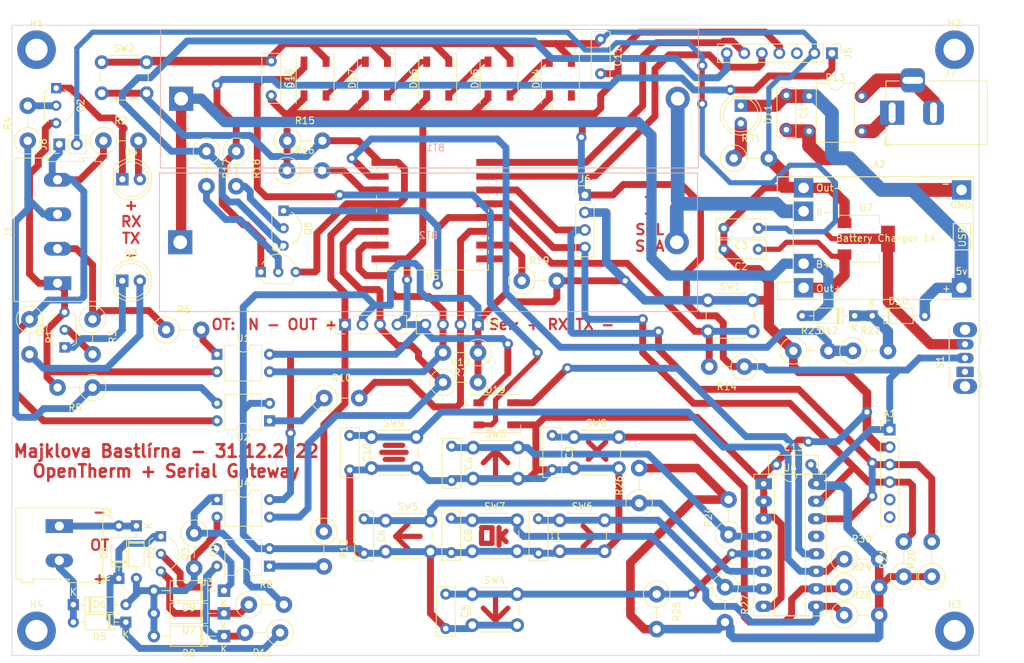
<source format=kicad_pcb>
(kicad_pcb (version 20211014) (generator pcbnew)
  (layers (0 "F.Cu" signal) (31 "B.Cu" signal) (34 "B.Paste" user) (35 "F.Paste" user) (36 "B.SilkS" user "B.Silkscreen") (37 "F.SilkS" user "F.Silkscreen") (38 "B.Mask" user) (39 "F.Mask" user) (44 "Edge.Cuts" user))
  (net 0 "")
  (net 1 "VCC")
  (net 2 "GND")
  (net 3 "Net-(A1-Pad3)")
  (net 4 "Net-(A1-Pad4)")
  (net 7 "Net-(A2-Pad1)")
  (net 8 "Net-(A2-Pad2)")
  (net 9 "Net-(A2-Pad3)")
  (net 10 "Net-(A2-Pad5)")
  (net 11 "Net-(A2-Pad6)")
  (net 12 "Net-(C3-Pad1)")
  (net 13 "/Up")
  (net 14 "/Down")
  (net 15 "/Left")
  (net 16 "/Right")
  (net 17 "/Confirm")
  (net 18 "/Exit")
  (net 19 "/Menu")
  (net 20 "Net-(D1-Pad1)")
  (net 21 "Net-(D1-Pad2)")
  (net 22 "Net-(D2-Pad2)")
  (net 23 "Net-(D3-Pad1)")
  (net 24 "Net-(D3-Pad2)")
  (net 25 "Net-(D4-Pad1)")
  (net 26 "Net-(D4-Pad2)")
  (net 27 "Net-(D5-Pad2)")
  (net 28 "Net-(D7-Pad1)")
  (net 29 "Net-(D8-Pad1)")
  (net 30 "Net-(D9-Pad1)")
  (net 31 "Net-(D10-Pad1)")
  (net 32 "Net-(D11-Pad2)")
  (net 33 "Net-(D13-Pad4)")
  (net 34 "Net-(D13-Pad3)")
  (net 35 "Net-(D14-Pad4)")
  (net 37 "Net-(D15-Pad4)")
  (net 38 "Net-(D16-Pad4)")
  (net 39 "Net-(D17-Pad4)")
  (net 40 "/Neopixel")
  (net 41 "GND1")
  (net 42 "Net-(J1-Pad2)")
  (net 43 "+3V3")
  (net 44 "Net-(J1-Pad3)")
  (net 45 "Net-(J3-Pad2)")
  (net 46 "Net-(J3-Pad3)")
  (net 47 "Net-(J4-Pad1)")
  (net 48 "Net-(J4-Pad3)")
  (net 49 "Net-(J5-Pad1)")
  (net 51 "Net-(J5-Pad5)")
  (net 52 "Net-(J5-Pad6)")
  (net 53 "Net-(J5-Pad7)")
  (net 54 "Net-(Q1-Pad2)")
  (net 55 "Net-(Q2-Pad2)")
  (net 56 "Net-(Q4-Pad2)")
  (net 57 "Net-(Q4-Pad3)")
  (net 58 "Net-(Q5-Pad2)")
  (net 59 "Net-(Q5-Pad1)")
  (net 60 "Net-(R6-Pad2)")
  (net 61 "Net-(R8-Pad2)")
  (net 62 "Net-(R10-Pad1)")
  (net 63 "Net-(R13-Pad2)")
  (net 64 "Net-(R16-Pad2)")
  (net 65 "Net-(R19-Pad1)")
  (net 66 "Net-(R22-Pad1)")
  (net 69 "Net-(D18-Pad4)")
  (footprint "Resistor_THT:R_Axial_DIN0411_L9.9mm_D3.6mm_P5.08mm_Vertical" (layer "F.Cu") (at 118.364 77.724)
    (fp_text reference "R12")
    (fp_text value "1k5")
  )
  (footprint "Resistor_THT:R_Axial_DIN0411_L9.9mm_D3.6mm_P5.08mm_Vertical" (layer "F.Cu") (at 82.296 99.614 -90)
    (fp_text reference "R9")
    (fp_text value "100")
  )
  (footprint "Resistor_THT:R_Axial_DIN0411_L9.9mm_D3.6mm_P5.08mm_Vertical" (layer "F.Cu") (at 123.444 73.406 180)
    (fp_text reference "R7")
    (fp_text value "1k")
  )
  (footprint "LED_THT:LED_D5.0mm_Clear" (layer "F.Cu") (at 161.544 37.592 -90)
    (fp_text reference "D11")
    (fp_text value "LED")
  )
  (footprint "Capacitor_THT:C_Disc_D7.0mm_W2.5mm_P5.00mm" (layer "F.Cu") (at 164.084 55.372 180)
    (fp_text reference "C3")
    (fp_text value "100n")
  )
  (footprint "Resistor_THT:R_Axial_DIN0411_L9.9mm_D3.6mm_P5.08mm_Vertical" (layer "F.Cu") (at 169.164 73.152)
    (fp_text reference "R23")
    (fp_text value "20k")
  )
  (footprint "TerminalBlock:TerminalBlock_Altech_AK300-2_P5.00mm" (layer "F.Cu") (at 62.738 98.581 -90)
    (fp_text reference "J2")
    (fp_text value "Screw_Terminal_01x02")
  )
  (footprint "Button_Switch_THT:SW_PUSH_6mm" (layer "F.Cu") (at 68.886 31.278)
    (fp_text reference "SW2")
    (fp_text value "Reset")
  )
  (footprint "Capacitor_THT:C_Disc_D7.0mm_W2.5mm_P5.00mm" (layer "F.Cu") (at 104.84848 85.433077 -90)
    (fp_text reference "C10")
    (fp_text value "100n")
  )
  (footprint "LED_SMD:LED_WS2812B_PLCC4_5.0x5.0mm_P3.2mm" (layer "F.Cu") (at 99.822 33.655 90)
    (fp_text reference "D18")
    (fp_text value "MCU status")
  )
  (footprint "Resistor_THT:R_Axial_DIN0411_L9.9mm_D3.6mm_P5.08mm_Vertical" (layer "F.Cu") (at 176.53 103.378)
    (fp_text reference "R30")
    (fp_text value "10k")
  )
  (footprint "LED_SMD:LED_WS2812B_PLCC4_5.0x5.0mm_P3.2mm" (layer "F.Cu") (at 125.984 82.296)
    (fp_text reference "D19")
    (fp_text value "WS2812B")
  )
  (footprint "Capacitor_THT:C_Disc_D7.0mm_W2.5mm_P5.00mm" (layer "F.Cu") (at 119.562584 97.430736 -90)
    (fp_text reference "C8")
    (fp_text value "100n")
  )
  (footprint "Button_Switch_THT:SW_PUSH_6mm" (layer "F.Cu") (at 137.362 85.67)
    (fp_text reference "SW8")
    (fp_text value "Exit")
  )
  (footprint "LED_SMD:LED_WS2812B_PLCC4_5.0x5.0mm_P3.2mm" (layer "F.Cu") (at 117.602 33.655 90)
    (fp_text reference "D16")
    (fp_text value "WS2812B")
  )
  (footprint "Capacitor_THT:C_Disc_D7.0mm_W2.5mm_P5.00mm" (layer "F.Cu") (at 134.204093 85.411235 -90)
    (fp_text reference "C9")
    (fp_text value "100n")
  )
  (footprint "Resistor_THT:R_Axial_DIN0411_L9.9mm_D3.6mm_P5.08mm_Vertical" (layer "F.Cu") (at 95.758 46.99)
    (fp_text reference "R16")
    (fp_text value "10k")
  )
  (footprint "Diode_THT:D_DO-35_SOD27_P7.62mm_Horizontal" (layer "F.Cu") (at 180.594 68.072)
    (fp_text reference "D10")
    (fp_text value "1N4148")
  )
  (footprint "Diode_THT:D_A-405_P10.16mm_Horizontal" (layer "F.Cu") (at 86.614 107.95 180)
    (fp_text reference "D9")
    (fp_text value "4V3")
  )
  (footprint "MountingHole:MountingHole_3.2mm_M3_DIN965_Pad_TopBottom" (layer "F.Cu") (at 192.532 29.464)
    (fp_text reference "H2")
    (fp_text value "MountingHole")
  )
  (footprint "Button_Switch_THT:SW_PUSH_6mm" (layer "F.Cu") (at 122.6185 108.458)
    (fp_text reference "SW4")
    (fp_text value "Down")
  )
  (footprint "Diode_THT:D_DO-35_SOD27_P7.62mm_Horizontal" (layer "F.Cu") (at 72.39 112.522 180)
    (fp_text reference "D5")
    (fp_text value "1N4148")
  )
  (footprint "Resistor_THT:R_Axial_DIN0411_L9.9mm_D3.6mm_P5.08mm_Vertical" (layer "F.Cu") (at 177.8 73.152)
    (fp_text reference "R22")
    (fp_text value "10k")
  )
  (footprint "Resistor_THT:R_Axial_DIN0411_L9.9mm_D3.6mm_P5.08mm_Vertical" (layer "F.Cu") (at 67.564 68.58 -90)
    (fp_text reference "R3")
    (fp_text value "1k")
  )
  (footprint "Button_Switch_THT:SW_PUSH_6mm" (layer "F.Cu") (at 156.77 65.822)
    (fp_text reference "SW1")
    (fp_text value "Flash")
  )
  (footprint "Button_Switch_THT:SW_CuK_OS102011MA1QN1_SPDT_Angled" (layer "F.Cu") (at 194.056 76.2 90)
    (fp_text reference "S1")
    (fp_text value "EG1218")
  )
  (footprint "Button_Switch_THT:SW_PUSH_6mm" (layer "F.Cu") (at 110.0455 97.79)
    (fp_text reference "SW5")
    (fp_text value "Left")
  )
  (footprint "Package_DIP:DIP-16_W7.62mm_Socket_LongPads" (layer "F.Cu") (at 164.856 92.446)
    (fp_text reference "U6")
    (fp_text value "PCF8574A")
  )
  (footprint "Resistor_THT:R_Axial_DIN0411_L9.9mm_D3.6mm_P5.08mm_Vertical" (layer "F.Cu") (at 149.352 108.458 -90)
    (fp_text reference "R25")
    (fp_text value "10k")
  )
  (footprint "Resistor_THT:R_Axial_DIN0411_L9.9mm_D3.6mm_P5.08mm_Vertical" (layer "F.Cu") (at 159.258 107.442 -90)
    (fp_text reference "R27")
    (fp_text value "10k")
  )
  (footprint "Resistor_THT:R_Axial_DIN0411_L9.9mm_D3.6mm_P5.08mm_Vertical" (layer "F.Cu") (at 101.138 80.01)
    (fp_text reference "R10")
    (fp_text value "320")
  )
  (footprint "Resistor_THT:R_Axial_DIN0411_L9.9mm_D3.6mm_P5.08mm_Vertical" (layer "F.Cu") (at 185.166 105.918 90)
    (fp_text reference "R21")
    (fp_text value "10k")
  )
  (footprint "Diode_THT:D_A-405_P10.16mm_Horizontal" (layer "F.Cu") (at 86.614 114.554 180)
    (fp_text reference "D8")
    (fp_text value "15V")
  )
  (footprint "LED_SMD:LED_WS2812B_PLCC4_5.0x5.0mm_P3.2mm" (layer "F.Cu") (at 108.712 33.655 90)
    (fp_text reference "D17")
    (fp_text value "Kotel status")
  )
  (footprint "Package_TO_SOT_SMD:SOT-223-3_TabPin2" (layer "F.Cu") (at 179.73 56.896)
    (fp_text reference "U7")
    (fp_text value "AMS1117-3.3")
  )
  (footprint "Resistor_THT:R_Axial_DIN0411_L9.9mm_D3.6mm_P5.08mm_Vertical" (layer "F.Cu") (at 146.812 95.25 90)
    (fp_text reference "R26")
    (fp_text value "10k")
  )
  (footprint "Package_DIP:DIP-4_W7.62mm" (layer "F.Cu") (at 93.208 104.399 180)
    (fp_text reference "U3")
    (fp_text value "SFH617A-1X001")
  )
  (footprint "Resistor_THT:R_Axial_DIN0411_L9.9mm_D3.6mm_P5.08mm_Vertical" (layer "F.Cu") (at 67.564 78.486 180)
    (fp_text reference "R5")
    (fp_text value "1k")
  )
  (footprint "Resistor_THT:R_Axial_DIN0411_L9.9mm_D3.6mm_P5.08mm_Vertical" (layer "F.Cu") (at 84.074 44.196 -90)
    (fp_text reference "R17")
    (fp_text value "10k")
  )
  (footprint "Resistor_THT:R_Axial_DIN0411_L9.9mm_D3.6mm_P5.08mm_Vertical" (layer "F.Cu") (at 69.134 42.672)
    (fp_text reference "R2")
    (fp_text value "1k")
  )
  (footprint "Resistor_THT:R_Axial_DIN0411_L9.9mm_D3.6mm_P5.08mm_Vertical" (layer "F.Cu") (at 88.392 44.196 -90)
    (fp_text reference "R18")
    (fp_text value "10k")
  )
  (footprint "Connector_PinHeader_2.54mm:PinHeader_1x06_P2.54mm_Vertical" (layer "F.Cu") (at 183.134 84.582)
    (fp_text reference "A1")
    (fp_text value "BMP(E)_180(280)")
  )
  (footprint "Resistor_THT:R_Axial_DIN0411_L9.9mm_D3.6mm_P5.08mm_Vertical" (layer "F.Cu") (at 176.53 111.506)
    (fp_text reference "R28")
    (fp_text value "10k")
  )
  (footprint "Button_Switch_THT:SW_PUSH_6mm" (layer "F.Cu") (at 135.307 97.735)
    (fp_text reference "SW6")
    (fp_text value "Right")
  )
  (footprint "Diode_THT:D_DO-35_SOD27_P7.62mm_Horizontal" (layer "F.Cu") (at 73.914 98.552 -90)
    (fp_text reference "D2")
    (fp_text value "1N4148")
  )
  (footprint "Resistor_THT:R_Axial_DIN0411_L9.9mm_D3.6mm_P5.08mm_Vertical" (layer "F.Cu") (at 58.166 42.672 90)
    (fp_text reference "R4")
    (fp_text value "1k")
  )
  (footprint "Resistor_THT:R_Axial_DIN0411_L9.9mm_D3.6mm_P5.08mm_Vertical" (layer "F.Cu") (at 78.232 70.104)
    (fp_text reference "R6")
    (fp_text value "1k")
  )
  (footprint "LED_THT:LED_D5.0mm_Clear" (layer "F.Cu") (at 71.877 62.992)
    (fp_text reference "D3")
    (fp_text value "LED")
  )
  (footprint "Capacitor_THT:C_Disc_D7.0mm_W2.5mm_P5.00mm" (layer "F.Cu") (at 166.704 89.662)
    (fp_text reference "C13")
    (fp_text value "100n")
  )
  (footprint "Button_Switch_THT:SW_PUSH_6mm" (layer "F.Cu") (at 122.734 87.194)
    (fp_text reference "SW3")
    (fp_text value "Up")
  )
  (footprint "Connector_PinHeader_2.54mm:PinHeader_1x02_P2.54mm_Vertical" (layer "F.Cu") (at 62.733 43.18 90)
    (fp_text reference "J8")
    (fp_text value "Conn_01x02_Male")
  )
  (footprint "Resistor_THT:R_Axial_DIN0411_L9.9mm_D3.6mm_P5.08mm_Vertical" (layer "F.Cu") (at 90.216 109.982)
    (fp_text reference "R8")
    (fp_text value "220")
  )
  (footprint "Package_DIP:DIP-4_W7.62mm" (layer "F.Cu") (at 85.598 73.66)
    (fp_text reference "U1")
    (fp_text value "SFH617A-1X001")
  )
  (footprint "Capacitor_THT:C_Disc_D7.0mm_W2.5mm_P5.00mm" (layer "F.Cu") (at 164.084 58.42 180)
    (fp_text reference "C2")
    (fp_text value "100n")
  )
  (footprint "Resistor_THT:R_Axial_DIN0411_L9.9mm_D3.6mm_P5.08mm_Vertical" (layer "F.Cu") (at 160.528 45.212)
    (fp_text reference "R31")
    (fp_text value "330")
  )
  (footprint "Package_TO_SOT_THT:TO-92L_Inline_Wide" (layer "F.Cu") (at 91.948 61.722)
    (fp_text reference "Q4")
    (fp_text value "SS8050")
  )
  (footprint "Package_DIP:DIP-4_W7.62mm" (layer "F.Cu") (at 85.608 94.737)
    (fp_text reference "U4")
    (fp_text value "SFH617A-1X001")
  )
  (footprint "Connector_BarrelJack:BarrelJack_Horizontal" (layer "F.Cu") (at 183.484 38.608 180)
    (fp_text reference "J7")
    (fp_text value "Barrel_Jack_Switch")
  )
  (footprint "Package_TO_SOT_THT:TO-92L_Inline_Wide" (layer "F.Cu") (at 62.288 35.042 -90)
    (fp_text reference "Q2")
    (fp_text value "2N3906")
  )
  (footprint "Diode_THT:D_DO-35_SOD27_P7.62mm_Horizontal" (layer "F.Cu") (at 71.374 106.172 90)
    (fp_text reference "D1")
    (fp_text value "1N4148")
  )
  (footprint "Resistor_THT:R_Axial_DIN0411_L9.9mm_D3.6mm_P5.08mm_Vertical" (layer "F.Cu") (at 176.53 107.442)
    (fp_text reference "R29")
    (fp_text value "10k")
  )
  (footprint "LED_THT:LED_D5.0mm_Clear" (layer "F.Cu") (at 71.882 48.26)
    (fp_text reference "D4")
    (fp_text value "LED")
  )
  (footprint "Capacitor_THT:C_Disc_D7.0mm_W2.5mm_P5.00mm" (layer "F.Cu") (at 168.148 36.068 -90)
    (fp_text reference "C1")
    (fp_text value "100n")
  )
  (footprint "Capacitor_THT:C_Disc_D7.0mm_W2.5mm_P5.00mm" (layer "F.Cu") (at 118.768 108.458 -90)
    (fp_text reference "C5")
    (fp_text value "100n")
  )
  (footprint "Package_DIP:DIP-4_W7.62mm" (layer "F.Cu") (at 93.218 83.312 180)
    (fp_text reference "U2")
    (fp_text value "SFH617A-1X001")
  )
  (footprint "Package_TO_SOT_THT:TO-92L_Inline_Wide" (layer "F.Cu") (at 77.47 100.076 -90)
    (fp_text reference "Q3")
    (fp_text value "2N3906")
  )
  (footprint "Resistor_THT:R_Axial_DIN0411_L9.9mm_D3.6mm_P5.08mm_Vertical" (layer "F.Cu") (at 159.766 99.822 90)
    (fp_text reference "R24")
    (fp_text value "10k")
  )
  (footprint "LED_SMD:LED_WS2812B_PLCC4_5.0x5.0mm_P3.2mm" (layer "F.Cu") (at 135.382 33.655 90)
    (fp_text reference "D14")
    (fp_text value "WS2812B")
  )
  (footprint "Resistor_THT:R_Axial_DIN0411_L9.9mm_D3.6mm_P5.08mm_Vertical" (layer "F.Cu") (at 129.794 62.992)
    (fp_text reference "R19")
    (fp_text value "10k")
  )
  (footprint "MountingHole:MountingHole_3.2mm_M3_DIN965_Pad_TopBottom" (layer "F.Cu") (at 59.436 29.464)
    (fp_text reference "H1")
    (fp_text value "MountingHole")
  )
  (footprint "Resistor_THT:R_Axial_DIN0411_L9.9mm_D3.6mm_P5.08mm_Vertical" (layer "F.Cu") (at 189.23 105.918 90)
    (fp_text reference "R20")
    (fp_text value "10k")
  )
  (footprint "Connector_PinHeader_2.54mm:PinHeader_1x04_P2.54mm_Vertical" (layer "F.Cu") (at 138.938 50.546)
    (fp_text reference "J6")
    (fp_text value "4x20 IIC Display")
  )
  (footprint "Package_TO_SOT_THT:TO-92L_Inline_Wide" (layer "F.Cu") (at 95.25 52.832 -90)
    (fp_text reference "Q5")
    (fp_text value "SS8050")
  )
  (footprint "Connector_PinHeader_2.54mm:PinHeader_1x04_P2.54mm_Vertical" (layer "F.Cu") (at 104.15 69.342 90)
    (fp_text reference "J4")
    (fp_text value "Screw_Terminal_01x04")
  )
  (footprint "LED_SMD:LED_WS2812B_PLCC4_5.0x5.0mm_P3.2mm" (layer "F.Cu") (at 126.492 33.655 90)
    (fp_text reference "D15")
    (fp_text value "WS2812B")
  )
  (footprint "Diode_THT:Diode_Bridge_DIP-4_W7.62mm_P5.08mm" (layer "F.Cu") (at 171.45 36.208)
    (fp_text reference "D13")
    (fp_text value "D_Bridge_+-AA")
  )
  (footprint "Resistor_THT:R_Axial_DIN0411_L9.9mm_D3.6mm_P5.08mm_Vertical" (layer "F.Cu") (at 162.052 75.438 180)
    (fp_text reference "R14")
    (fp_text value "10k")
  )
  (footprint "WK_Samec-12pin:TP4056-18650" (layer "F.Cu") (at 195.248 65.708 180)
    (fp_text reference "A2")
    (fp_text value "TP4056_Module")
  )
  (footprint "Package_TO_SOT_THT:TO-92L_Inline_Wide" (layer "F.Cu") (at 63.5 72.644 90)
    (fp_text reference "Q1")
    (fp_text value "2N3906")
  )
  (footprint "RF_Module:ESP-07" (layer "F.Cu") (at 116.84 50.716)
    (fp_text reference "U5")
    (fp_text value "ESP-12S")
  )
  (footprint "Capacitor_THT:C_Disc_D7.0mm_W2.5mm_P5.00mm" (layer "F.Cu") (at 93.472 31.115 -90)
    (fp_text reference "C12")
    (fp_text value "100n")
  )
  (footprint "Capacitor_THT:C_Disc_D7.0mm_W2.5mm_P5.00mm" (layer "F.Cu") (at 106.923468 97.53353 -90)
    (fp_text reference "C6")
    (fp_text value "100n")
  )
  (footprint "Resistor_THT:R_Axial_DIN0411_L9.9mm_D3.6mm_P5.08mm_Vertical" (layer "F.Cu") (at 95.804 42.672)
    (fp_text reference "R15")
    (fp_text value "10k")
  )
  (footprint "Diode_THT:D_DO-35_SOD27_P7.62mm_Horizontal" (layer "F.Cu") (at 64.77 109.982)
    (fp_text reference "D6")
    (fp_text value "1N4148")
  )
  (footprint "Resistor_THT:R_Axial_DIN0411_L9.9mm_D3.6mm_P5.08mm_Vertical" (layer "F.Cu") (at 94.742 114.046 180)
    (fp_text reference "R11")
    (fp_text value "330")
  )
  (footprint "Button_Switch_THT:SW_PUSH_6mm" (layer "F.Cu") (at 122.607 97.735)
    (fp_text reference "SW7")
    (fp_text value "Confirm")
  )
  (footprint "Diode_THT:D_DO-35_SOD27_P7.62mm_Horizontal" (layer "F.Cu") (at 178.054 68.072 180)
    (fp_text reference "D12")
    (fp_text value "1N4148")
  )
  (footprint "Button_Switch_THT:SW_PUSH_6mm" (layer "F.Cu") (at 108.002 85.67)
    (fp_text reference "SW9")
    (fp_text value "Menu")
  )
  (footprint "Capacitor_THT:C_Disc_D7.0mm_W2.5mm_P5.00mm" (layer "F.Cu") (at 141.224 27.94 -90)
    (fp_text reference "C11")
    (fp_text value "100n")
  )
  (footprint "MountingHole:MountingHole_3.2mm_M3_DIN965_Pad_TopBottom" (layer "F.Cu") (at 59.436 113.792)
    (fp_text reference "H4")
    (fp_text value "MountingHole")
  )
  (footprint "Connector_PinHeader_2.54mm:PinHeader_1x04_P2.54mm_Vertical" (layer "F.Cu") (at 123.444 69.342 -90)
    (fp_text reference "J3")
    (fp_text value "Screw_Terminal_01x04")
  )
  (footprint "TerminalBlock:TerminalBlock_Altech_AK300-4_P5.00mm" (layer "F.Cu") (at 62.484 63.34 90)
    (fp_text reference "J1")
    (fp_text value "Screw_Terminal_01x04")
  )
  (footprint "Diode_THT:D_A-405_P10.16mm_Horizontal" (layer "F.Cu") (at 86.614 111.252 180)
    (fp_text reference "D7")
    (fp_text value "4V7")
  )
  (footprint "Resistor_THT:R_Axial_DIN0411_L9.9mm_D3.6mm_P5.08mm_Vertical" (layer "F.Cu") (at 101.092 99.36 -90)
    (fp_text reference "R13")
    (fp_text value "330")
  )
  (footprint "Resistor_THT:R_Axial_DIN0411_L9.9mm_D3.6mm_P5.08mm_Vertical" (layer "F.Cu") (at 58.42 68.58 -90)
    (fp_text reference "R1")
    (fp_text value "1k")
  )
  (footprint "MountingHole:MountingHole_3.2mm_M3_DIN965_Pad_TopBottom" (layer "F.Cu") (at 192.532 113.792)
    (fp_text reference "H3")
    (fp_text value "MountingHole")
  )
  (footprint "Capacitor_THT:C_Disc_D7.0mm_W2.5mm_P5.00mm" (layer "F.Cu") (at 132.217254 97.521396 -90)
    (fp_text reference "C7")
    (fp_text value "100n")
  )
  (footprint "Connector_PinHeader_2.54mm:PinHeader_1x07_P2.54mm_Vertical" (layer "F.Cu") (at 174.752 29.972 -90)
    (fp_text reference "J5")
    (fp_text value "Conn_01x07_Female")
  )
  (footprint "Capacitor_THT:C_Disc_D7.0mm_W2.5mm_P5.00mm" (layer "F.Cu") (at 119.613654 86.983857 -90)
    (fp_text reference "C4")
    (fp_text value "100n")
  )
  (footprint "Battery:BatteryHolder_MPD_BH-18650-PC2" (layer "B.Cu") (at 80.4 36.576)
    (fp_text reference "BT1")
    (fp_text value "Battery")
  )
  (footprint "Battery:BatteryHolder_MPD_BH-18650-PC2" (layer "B.Cu") (at 80.264 57.404)
    (fp_text reference "BT2")
    (fp_text value "Battery")
  )
  (gr_rect (start 196.088 25.908) (end 55.88 117.348) (layer "Edge.Cuts") (width 0.1) (fill none))
  (gr_text "+\n-\nSCL\nSDA" (at 148.336 54.356) (layer "F.Cu") (effects (font (size 1.5 1.5) (thickness 0.3))))
  (gr_text "Ser: + RX TX -" (at 134.112 69.342) (layer "F.Cu") (effects (font (size 1.5 1.5) (thickness 0.3))))
  (gr_text "Majklova Bastlírna - 31.12.2022\nOpenTherm + Serial Gateway" (at 78.232 89.154) (layer "F.Cu") (effects (font (size 1.8 1.75) (thickness 0.375))))
  (gr_text "+\nRX\nTX\n-" (at 73.152 55.626) (layer "F.Cu") (effects (font (size 1.5 1.5) (thickness 0.3))))
  (gr_text "OT: IN - OUT +" (at 93.98 69.342) (layer "F.Cu") (effects (font (size 1.5 1.5) (thickness 0.3))))
  (gr_text "-\n\nOT\n\n+" (at 68.58 101.346) (layer "F.Cu") (effects (font (size 1.5 1.5) (thickness 0.3))))
  (segment (start 126.492 98.806) (end 126.492 99.822) (width 0.75) (layer "F.Cu") (net 0))
  (segment (start 139.446 86.36) (end 141.986 88.9) (width 0.75) (layer "F.Cu") (net 0))
  (segment (start 125.984 87.63) (end 125.984 91.186) (width 0.75) (layer "F.Cu") (net 0))
  (segment (start 123.952 101.092) (end 123.952 99.314) (width 0.75) (layer "F.Cu") (net 0))
  (segment (start 140.208 100.076) (end 138.684 98.552) (width 0.75) (layer "F.Cu") (net 0))
  (segment (start 126.492 99.822) (end 127 99.822) (width 0.75) (layer "F.Cu") (net 0))
  (segment (start 111.506 100.076) (end 113.284 101.854) (width 0.75) (layer "F.Cu") (net 0))
  (segment (start 124.206 89.408) (end 125.984 87.63) (width 0.75) (layer "F.Cu") (net 0))
  (segment (start 127 99.822) (end 127.508 99.314) (width 0.75) (layer "F.Cu") (net 0))
  (segment (start 141.986 86.36) (end 139.446 88.9) (width 0.75) (layer "F.Cu") (net 0))
  (segment (start 123.952 98.806) (end 125.476 98.806) (width 0.75) (layer "F.Cu") (net 0))
  (segment (start 126.492 99.822) (end 126.492 101.346) (width 0.75) (layer "F.Cu") (net 0))
  (segment (start 109.982 88.9) (end 112.522 88.9) (width 0.75) (layer "F.Cu") (net 0))
  (segment (start 125.984 112.268) (end 124.206 110.49) (width 0.75) (layer "F.Cu") (net 0))
  (segment (start 125.984 87.63) (end 127.762 89.408) (width 0.75) (layer "F.Cu") (net 0))
  (segment (start 111.506 100.076) (end 115.062 100.076) (width 0.75) (layer "F.Cu") (net 0))
  (segment (start 125.984 112.268) (end 127.762 110.49) (width 0.75) (layer "F.Cu") (net 0))
  (segment (start 126.492 99.822) (end 127.508 100.838) (width 0.75) (layer "F.Cu") (net 0))
  (segment (start 109.474 87.884) (end 113.03 87.884) (width 0.75) (layer "F.Cu") (net 0))
  (segment (start 125.476 101.092) (end 123.952 101.092) (width 0.75) (layer "F.Cu") (net 0))
  (segment (start 125.984 108.712) (end 125.984 112.268) (width 0.75) (layer "F.Cu") (net 0))
  (segment (start 140.208 100.076) (end 136.906 100.076) (width 0.75) (layer "F.Cu") (net 0))
  (segment (start 140.208 100.076) (end 138.684 101.6) (width 0.75) (layer "F.Cu") (net 0))
  (segment (start 109.982 86.868) (end 112.522 86.868) (width 0.75) (layer "F.Cu") (net 0))
  (segment (start 111.506 100.076) (end 113.284 98.298) (width 0.75) (layer "F.Cu") (net 0))
  (segment (start 125.476 98.806) (end 125.476 101.092) (width 0.75) (layer "F.Cu") (net 0))
  (segment (start 143.764 33.528) (end 141.224 36.068) (width 1) (layer "F.Cu") (net 1))
  (segment (start 109.24 59.816) (end 113.158 59.816) (width 1) (layer "F.Cu") (net 1))
  (segment (start 123.534 80.682) (end 127.762 76.454) (width 0.75) (layer "F.Cu") (net 1))
  (segment (start 98.222 36.105) (end 98.222 36.525) (width 1) (layer "F.Cu") (net 1))
  (segment (start 162.052 75.438) (end 160.274 75.438) (width 1) (layer "F.Cu") (net 1))
  (segment (start 124.892 36.525) (end 122.682 38.735) (width 1) (layer "F.Cu") (net 1))
  (segment (start 160.274 75.438) (end 159.004 74.168) (width 1) (layer "F.Cu") (net 1))
  (segment (start 113.792 38.735) (end 104.902 38.735) (width 1) (layer "F.Cu") (net 1))
  (segment (start 127.762 76.454) (end 127.762 76.394202) (width 0.75) (layer "F.Cu") (net 1))
  (segment (start 98.222 36.525) (end 96.012 38.735) (width 1) (layer "F.Cu") (net 1))
  (segment (start 107.112 36.525) (end 104.902 38.735) (width 1) (layer "F.Cu") (net 1))
  (segment (start 123.534 80.696) (end 123.534 80.682) (width 0.75) (layer "F.Cu") (net 1))
  (segment (start 145.542 103.886) (end 145.542 111.506) (width 1.25) (layer "F.Cu") (net 1))
  (segment (start 143.002 50.546) (end 138.938 50.546) (width 1) (layer "F.Cu") (net 1))
  (segment (start 95.377 38.735) (end 93.472 36.83) (width 1) (layer "F.Cu") (net 1))
  (segment (start 153.543 66.167) (end 153.67 66.04) (width 1) (layer "F.Cu") (net 1))
  (segment (start 155.448 68.072) (end 153.543 66.167) (width 1) (layer "F.Cu") (net 1))
  (segment (start 167.132 29.972) (end 167.132 28.956) (width 1) (layer "F.Cu") (net 1))
  (segment (start 104.902 38.735) (end 96.012 38.735) (width 1) (layer "F.Cu") (net 1))
  (segment (start 152.908 49.022) (end 144.526 49.022) (width 1) (layer "F.Cu") (net 1))
  (segment (start 144.526 49.022) (end 143.002 50.546) (width 1) (layer "F.Cu") (net 1))
  (segment (start 189.23 105.918) (end 185.166 105.918) (width 1) (layer "F.Cu") (net 1))
  (segment (start 140.429 38.735) (end 138.557 38.735) (width 1) (layer "F.Cu") (net 1))
  (segment (start 115.443 57.531) (end 115.443 38.735) (width 1) (layer "F.Cu") (net 1))
  (segment (start 107.112 36.105) (end 107.112 36.525) (width 1) (layer "F.Cu") (net 1))
  (segment (start 127.762 76.394202) (end 127.762 72.136) (width 1) (layer "F.Cu") (net 1))
  (segment (start 181.61 103.378) (end 181.61 111.506) (width 1.25) (layer "F.Cu") (net 1))
  (segment (start 147.574 113.538) (end 149.352 113.538) (width 1.25) (layer "F.Cu") (net 1))
  (segment (start 133.782 36.105) (end 133.782 36.525) (width 1) (layer "F.Cu") (net 1))
  (segment (start 185.166 105.918) (end 183.134 105.918) (width 1) (layer "F.Cu") (net 1))
  (segment (start 131.572 38.735) (end 122.682 38.735) (width 1) (layer "F.Cu") (net 1))
  (segment (start 165.1 26.924) (end 146.812 26.924) (width 1) (layer "F.Cu") (net 1))
  (segment (start 146.812 26.924) (end 143.764 29.972) (width 1) (layer "F.Cu") (net 1))
  (segment (start 124.892 36.105) (end 124.892 36.525) (width 1) (layer "F.Cu") (net 1))
  (segment (start 96.266 73.66) (end 93.218 73.66) (width 1) (layer "F.Cu") (net 1))
  (segment (start 141.224 36.068) (end 141.224 37.94) (width 1) (layer "F.Cu") (net 1))
  (segment (start 116.002 36.525) (end 113.792 38.735) (width 1) (layer "F.Cu") (net 1))
  (segment (start 183.134 105.918) (end 181.61 107.442) (width 1) (layer "F.Cu") (net 1))
  (segment (start 155.702 51.816) (end 152.908 49.022) (width 1) (layer "F.Cu") (net 1))
  (segment (start 157.988 68.072) (end 155.448 68.072) (width 1) (layer "F.Cu") (net 1))
  (segment (start 113.158 59.816) (end 115.443 57.531) (width 1) (layer "F.Cu") (net 1))
  (segment (start 95.758 39.116) (end 95.377 38.735) (width 1) (layer "F.Cu") (net 1))
  (segment (start 122.682 38.735) (end 115.443 38.735) (width 1) (layer "F.Cu") (net 1))
  (segment (start 155.194 90.17) (end 159.766 94.742) (width 1.25) (layer "F.Cu") (net 1))
  (segment (start 95.758 46.99) (end 95.758 39.116) (width 1) (layer "F.Cu") (net 1))
  (segment (start 96.266 85.09) (end 96.266 73.66) (width 1) (layer "F.Cu") (net 1))
  (segment (start 138.557 42.037) (end 138.43 42.164) (width 1) (layer "F.Cu") (net 1))
  (segment (start 159.766 94.742) (end 154.686 94.742) (width 1.25) (layer "F.Cu") (net 1))
  (segment (start 145.542 111.506) (end 147.574 113.538) (width 1.25) (layer "F.Cu") (net 1))
  (segment (start 96.012 38.735) (end 95.377 38.735) (width 1) (layer "F.Cu") (net 1))
  (segment (start 159.004 74.168) (end 159.004 69.088) (width 1) (layer "F.Cu") (net 1))
  (segment (start 133.782 36.525) (end 131.572 38.735) (width 1) (layer "F.Cu") (net 1))
  (segment (start 138.557 38.735) (end 131.572 38.735) (width 1) (layer "F.Cu") (net 1))
  (segment (start 138.557 38.735) (end 138.557 42.037) (width 1) (layer "F.Cu") (net 1))
  (segment (start 113.158 59.816) (end 113.158 62.866) (width 1) (layer "F.Cu") (net 1))
  (segment (start 155.702 59.69) (end 155.702 51.816) (width 1) (layer "F.Cu") (net 1))
  (segment (start 115.443 38.735) (end 113.792 38.735) (width 1) (layer "F.Cu") (net 1))
  (segment (start 143.764 29.972) (end 143.764 33.528) (width 1) (layer "F.Cu") (net 1))
  (segment (start 143.176 32.94) (end 143.764 33.528) (width 1) (layer "F.Cu") (net 1))
  (segment (start 167.132 28.956) (end 165.1 26.924) (width 1) (layer "F.Cu") (net 1))
  (segment (start 159.004 69.088) (end 157.988 68.072) (width 1) (layer "F.Cu") (net 1))
  (segment (start 93.472 36.83) (end 93.472 36.115) (width 1) (layer "F.Cu") (net 1))
  (segment (start 153.67 66.04) (end 153.67 61.722) (width 1) (layer "F.Cu") (net 1))
  (segment (start 146.812 90.17) (end 155.194 90.17) (width 1.25) (layer "F.Cu") (net 1))
  (segment (start 141.224 37.94) (end 140.429 38.735) (width 1) (layer "F.Cu") (net 1))
  (segment (start 141.224 32.94) (end 143.176 32.94) (width 1) (layer "F.Cu") (net 1))
  (segment (start 116.002 36.105) (end 116.002 36.525) (width 1) (layer "F.Cu") (net 1))
  (segment (start 154.686 94.742) (end 145.542 103.886) (width 1.25) (layer "F.Cu") (net 1))
  (segment (start 153.67 61.722) (end 155.702 59.69) (width 1) (layer "F.Cu") (net 1))
  (via (at 113.158 62.866) (size 1.5) (drill 0.75) (layers "F.Cu" "B.Cu") (net 1))
  (via (at 127.762 72.136) (size 1.5) (drill 0.75) (layers "F.Cu" "B.Cu") (net 1))
  (via (at 138.43 42.164) (size 1.5) (drill 0.75) (layers "F.Cu" "B.Cu") (net 1))
  (via (at 96.266 85.09) (size 1.5) (drill 0.75) (layers "F.Cu" "B.Cu") (net 1))
  (segment (start 96.266 85.09) (end 96.266 93.726) (width 1) (layer "B.Cu") (net 1))
  (segment (start 113.158 62.866) (end 113.158 67.954) (width 1) (layer "B.Cu") (net 1))
  (segment (start 184.404 75.946) (end 183.134 77.216) (width 1) (layer "B.Cu") (net 1))
  (segment (start 111.506 73.66) (end 115.824 69.342) (width 1) (layer "B.Cu") (net 1))
  (segment (start 165.354 75.946) (end 184.404 75.946) (width 1) (layer "B.Cu") (net 1))
  (segment (start 187.484 74.2) (end 194.056 74.2) (width 1) (layer "B.Cu") (net 1))
  (segment (start 93.218 73.66) (end 111.506 73.66) (width 1) (layer "B.Cu") (net 1))
  (segment (start 138.43 50.038) (end 138.938 50.546) (width 1) (layer "B.Cu") (net 1))
  (segment (start 180.34 84.582) (end 172.476 92.446) (width 1) (layer "B.Cu") (net 1))
  (segment (start 177.038 98.806) (end 177.038 93.472) (width 1.25) (layer "B.Cu") (net 1))
  (segment (start 172.74 92.71) (end 172.476 92.446) (width 1.25) (layer "B.Cu") (net 1))
  (segment (start 113.158 67.954) (end 111.77 69.342) (width 1) (layer "B.Cu") (net 1))
  (segment (start 160.528 114.808) (end 181.356 114.808) (width 1.25) (layer "B.Cu") (net 1))
  (segment (start 116.84 71.374) (end 115.824 70.358) (width 1) (layer "B.Cu") (net 1))
  (segment (start 138.43 42.164) (end 138.43 50.038) (width 1) (layer "B.Cu") (net 1))
  (segment (start 172.476 92.446) (end 172.476 90.768) (width 1) (layer "B.Cu") (net 1))
  (segment (start 149.352 113.538) (end 158.242 113.538) (width 1.25) (layer "B.Cu") (net 1))
  (segment (start 164.846 75.438) (end 165.354 75.946) (width 1) (layer "B.Cu") (net 1))
  (segment (start 185.674 75.946) (end 187.452 74.168) (width 1) (layer "B.Cu") (net 1))
  (segment (start 183.134 84.582) (end 180.34 84.582) (width 1) (layer "B.Cu") (net 1))
  (segment (start 184.404 75.946) (end 185.674 75.946) (width 1) (layer "B.Cu") (net 1))
  (segment (start 181.356 114.808) (end 181.61 114.554) (width 1.25) (layer "B.Cu") (net 1))
  (segment (start 183.134 77.216) (end 183.134 84.582) (width 1) (layer "B.Cu") (net 1))
  (segment (start 95.255 94.737) (end 93.228 94.737) (width 1) (layer "B.Cu") (net 1))
  (segment (start 181.61 114.554) (end 181.61 111.506) (width 1.25) (layer "B.Cu") (net 1))
  (segment (start 181.61 103.378) (end 177.038 98.806) (width 1.25) (layer "B.Cu") (net 1))
  (segment (start 187.452 74.168) (end 187.484 74.2) (width 1) (layer "B.Cu") (net 1))
  (segment (start 176.276 92.71) (end 172.74 92.71) (width 1.25) (layer "B.Cu") (net 1))
  (segment (start 159.258 112.522) (end 160.02 113.284) (width 1.25) (layer "B.Cu") (net 1))
  (segment (start 160.02 113.284) (end 160.02 114.3) (width 1.25) (layer "B.Cu") (net 1))
  (segment (start 127 71.374) (end 116.84 71.374) (width 1) (layer "B.Cu") (net 1))
  (segment (start 111.77 69.342) (end 115.824 69.342) (width 1) (layer "B.Cu") (net 1))
  (segment (start 160.02 114.3) (end 160.528 114.808) (width 1.25) (layer "B.Cu") (net 1))
  (segment (start 127.762 72.136) (end 127 71.374) (width 1) (layer "B.Cu") (net 1))
  (segment (start 115.824 70.358) (end 115.824 69.342) (width 1) (layer "B.Cu") (net 1))
  (segment (start 172.476 90.768) (end 171.37 89.662) (width 1) (layer "B.Cu") (net 1))
  (segment (start 177.038 93.472) (end 176.276 92.71) (width 1.25) (layer "B.Cu") (net 1))
  (segment (start 158.242 113.538) (end 159.258 112.522) (width 1.25) (layer "B.Cu") (net 1))
  (segment (start 96.266 93.726) (end 95.255 94.737) (width 1) (layer "B.Cu") (net 1))
  (segment (start 162.052 75.438) (end 164.846 75.438) (width 1) (layer "B.Cu") (net 1))
  (segment (start 165.608 66.04) (end 165.608 62.992) (width 1.5) (layer "F.Cu") (net 2))
  (segment (start 132.092765 90.411235) (end 134.204093 90.411235) (width 1) (layer "F.Cu") (net 2))
  (segment (start 167.386 108.966) (end 167.386 98.298) (width 1) (layer "F.Cu") (net 2))
  (segment (start 134.874 62.992) (end 144.78 62.992) (width 1) (layer "F.Cu") (net 2))
  (segment (start 127.508 64.77) (end 123.444 68.834) (width 1) (layer "F.Cu") (net 2))
  (segment (start 166.37 97.282) (end 165.1 97.282) (width 1) (layer "F.Cu") (net 2))
  (segment (start 108.077 28.575) (end 116.967 28.575) (width 1) (layer "F.Cu") (net 2))
  (segment (start 134.366 66.04) (end 128.778 66.04) (width 1) (layer "F.Cu") (net 2))
  (segment (start 169.164 75.438) (end 169.164 73.152) (width 1.25) (layer "F.Cu") (net 2))
  (segment (start 128.092 31.205) (end 128.092 30.81) (width 1) (layer "F.Cu") (net 2))
  (segment (start 104.84848 101.14552) (end 104.84848 90.433077) (width 1) (layer "F.Cu") (net 2))
  (segment (start 169.926 76.2) (end 169.164 75.438) (width 1.25) (layer "F.Cu") (net 2))
  (segment (start 131.648 83.896) (end 131.826 84.074) (width 1) (layer "F.Cu") (net 2))
  (segment (start 162.132 61.468) (end 159.084 58.42) (width 1.5) (layer "F.Cu") (net 2))
  (segment (start 140.843 28.575) (end 141.224 28.194) (width 1) (layer "F.Cu") (net 2))
  (segment (start 141.224 82.804) (end 133.096 82.804) (width 1) (layer "F.Cu") (net 2))
  (segment (start 110.312 30.81) (end 108.077 28.575) (width 1) (layer "F.Cu") (net 2))
  (segment (start 134.874 62.992) (end 134.874 65.532) (width 1) (layer "F.Cu") (net 2))
  (segment (start 132.08 90.424) (end 132.092765 90.411235) (width 1) (layer "F.Cu") (net 2))
  (segment (start 164.084 61.468) (end 162.132 61.468) (width 1.5) (layer "F.Cu") (net 2))
  (segment (start 116.5455 102.29) (end 116.5455 111.2355) (width 1) (layer "F.Cu") (net 2))
  (segment (start 99.187 28.575) (end 108.077 28.575) (width 1) (layer "F.Cu") (net 2))
  (segment (start 123.444 73.406) (end 123.444 77.724) (width 1) (layer "F.Cu") (net 2))
  (segment (start 125.857 28.575) (end 134.747 28.575) (width 1) (layer "F.Cu") (net 2))
  (segment (start 75.386 31.278) (end 75.549 31.115) (width 1.25) (layer "F.Cu") (net 2))
  (segment (start 101.422 30.81) (end 99.187 28.575) (width 1) (layer "F.Cu") (net 2))
  (segment (start 128.778 66.04) (end 127.508 64.77) (width 1) (layer "F.Cu") (net 2))
  (segment (start 159.084 55.372) (end 164.948 49.508) (width 1) (layer "F.Cu") (net 2))
  (segment (start 165.39 65.822) (end 165.608 66.04) (width 1.25) (layer "F.Cu") (net 2))
  (segment (start 163.27 65.822) (end 165.39 65.822) (width 1.25) (layer "F.Cu") (net 2))
  (segment (start 183.134 87.122) (end 181.61 87.122) (width 1.25) (layer "F.Cu") (net 2))
  (segment (start 123.444 68.834) (end 123.444 69.342) (width 1) (layer "F.Cu") (net 2))
  (segment (start 165.608 45.212) (end 167.64 47.244) (width 1.75) (layer "F.Cu") (net 2))
  (segment (start 164.948 49.508) (end 167.872 49.508) (width 1) (layer "F.Cu") (net 2))
  (segment (start 141.224 82.804) (end 155.214 82.804) (width 1) (layer "F.Cu") (net 2))
  (segment (start 165.1 97.282) (end 164.856 97.526) (width 1) (layer "F.Cu") (net 2))
  (segment (start 68.886 31.278) (end 75.386 31.278) (width 1) (layer "F.Cu") (net 2))
  (segment (start 164.856 91.176) (end 166.37 89.662) (width 1) (layer "F.Cu") (net 2))
  (segment (start 130.81 91.694) (end 132.08 90.424) (width 1) (layer "F.Cu") (net 2))
  (segment (start 131.826 84.074) (end 131.826 90.17) (width 1) (layer "F.Cu") (net 2))
  (segment (start 116.967 28.575) (end 125.857 28.575) (width 1) (layer "F.Cu") (net 2))
  (segment (start 134.874 65.532) (end 134.366 66.04) (width 1) (layer "F.Cu") (net 2))
  (segment (start 136.982 30.81) (end 134.747 28.575) (width 1) (layer "F.Cu") (net 2))
  (segment (start 167.872 49.508) (end 170.648 49.508) (width 1.75) (layer "F.Cu") (net 2))
  (segment (start 110.312 31.205) (end 110.312 30.81) (width 1) (layer "F.Cu") (net 2))
  (segment (start 167.64 49.276) (end 167.872 49.508) (width 1.75) (layer "F.Cu") (net 2))
  (segment (start 179.832 85.344) (end 179.832 79.248) (width 1.25) (layer "F.Cu") (net 2))
  (segment (start 136.982 31.205) (end 136.982 30.81) (width 1) (layer "F.Cu") (net 2))
  (segment (start 169.164 73.152) (end 165.608 69.596) (width 1.5) (layer "F.Cu") (net 2))
  (segment (start 176.784 76.2) (end 169.926 76.2) (width 1.25) (layer "F.Cu") (net 2))
  (segment (start 93.472 31.115) (end 93.472 30.48) (width 1) (layer "F.Cu") (net 2))
  (segment (start 95.377 28.575) (end 99.187 28.575) (width 1) (layer "F.Cu") (net 2))
  (segment (start 133.096 82.804) (end 131.826 84.074) (width 1) (layer "F.Cu") (net 2))
  (segment (start 169.926 86.106) (end 166.37 89.662) (width 1) (layer "F.Cu") (net 2))
  (segment (start 171.123624 86.106) (end 169.926 86.106) (width 1) (layer "F.Cu") (net 2))
  (segment (start 143.862 100.18) (end 141.807 102.235) (width 1) (layer "F.Cu") (net 2))
  (segment (start 127.508 59.944) (end 127.508 64.77) (width 1) (layer "F.Cu") (net 2))
  (segment (start 159.084 58.42) (end 159.084 55.372) (width 1) (layer "F.Cu") (net 2))
  (segment (start 181.61 87.122) (end 179.832 85.344) (width 1.25) (layer "F.Cu") (net 2))
  (segment (start 75.549 31.115) (end 93.472 31.115) (width 1.25) (layer "F.Cu") (net 2))
  (segment (start 155.214 82.804) (end 164.856 92.446) (width 1) (layer "F.Cu") (net 2))
  (segment (start 119.202 30.81) (end 116.967 28.575) (width 1) (layer "F.Cu") (net 2))
  (segment (start 101.422 31.205) (end 101.422 30.81) (width 1) (layer "F.Cu") (net 2))
  (segment (start 176.58 54.596) (end 176.58 51.612) (width 1.5) (layer "F.Cu") (net 2))
  (segment (start 167.64 47.244) (end 167.64 49.276) (width 1.75) (layer "F.Cu") (net 2))
  (segment (start 164.856 110.226) (end 166.126 110.226) (width 1) (layer "F.Cu") (net 2))
  (segment (start 119.202 31.205) (end 119.202 30.81) (width 1) (layer "F.Cu") (net 2))
  (segment (start 127.38 59.816) (end 127.508 59.944) (width 1) (layer "F.Cu") (net 2))
  (segment (start 128.092 30.81) (end 125.857 28.575) (width 1) (layer "F.Cu") (net 2))
  (segment (start 174.476 49.508) (end 170.648 49.508) (width 1.5) (layer "F.Cu") (net 2))
  (segment (start 129.234 91.694) (end 130.81 91.694) (width 1) (layer "F.Cu") (net 2))
  (segment (start 176.58 51.612) (end 174.476 49.508) (width 1.5) (layer "F.Cu") (net 2))
  (segment (start 128.688 83.896) (end 131.648 83.896) (width 1) (layer "F.Cu") (net 2))
  (segment (start 134.747 28.575) (end 140.843 28.575) (width 1) (layer "F.Cu") (net 2))
  (segment (start 166.126 110.226) (end 167.386 108.966) (width 1) (layer "F.Cu") (net 2))
  (segment (start 167.386 98.298) (end 166.37 97.282) (width 1) (layer "F.Cu") (net 2))
  (segment (start 143.862 90.17) (end 143.862 100.18) (width 1) (layer "F.Cu") (net 2))
  (segment (start 164.856 92.446) (end 164.856 97.526) (width 1) (layer "F.Cu") (net 2))
  (segment (start 131.826 90.17) (end 132.08 90.424) (width 1) (layer "F.Cu") (net 2))
  (segment (start 165.608 69.596) (end 165.608 66.04) (width 1.5) (layer "F.Cu") (net 2))
  (segment (start 106.23649 102.53353) (end 104.84848 101.14552) (width 1) (layer "F.Cu") (net 2))
  (segment (start 116.5455 111.2355) (end 118.768 113.458) (width 1) (layer "F.Cu") (net 2))
  (segment (start 106.923468 102.53353) (end 106.23649 102.53353) (width 1) (layer "F.Cu") (net 2))
  (segment (start 123.444 69.342) (end 123.444 73.406) (width 1) (layer "F.Cu") (net 2))
  (segment (start 179.832 79.248) (end 176.784 76.2) (width 1.25) (layer "F.Cu") (net 2))
  (segment (start 93.472 30.48) (end 95.377 28.575) (width 1) (layer "F.Cu") (net 2))
  (segment (start 171.347353 86.329729) (end 171.123624 86.106) (width 1) (layer "F.Cu") (net 2))
  (segment (start 164.856 92.446) (end 164.856 91.176) (width 1) (layer "F.Cu") (net 2))
  (segment (start 165.608 62.992) (end 164.084 61.468) (width 1.5) (layer "F.Cu") (net 2))
  (segment (start 124.44 59.816) (end 127.38 59.816) (width 1) (layer "F.Cu") (net 2))
  (via (at 144.78 62.992) (size 1.5) (drill 0.75) (layers "F.Cu" "B.Cu") (net 2))
  (via (at 171.347353 86.329729) (size 1.5) (drill 0.75) (layers "F.Cu" "B.Cu") (net 2))
  (via (at 179.832 82.042) (size 1.5) (drill 0.75) (layers "F.Cu" "B.Cu") (net 2))
  (segment (start 114.3 60.452) (end 112.014 60.452) (width 1) (layer "B.Cu") (net 2))
  (segment (start 108.458 66.548) (end 106.68 68.326) (width 1) (layer "B.Cu") (net 2))
  (segment (start 123.444 69.342) (end 123.444 66.802) (width 1) (layer "B.Cu") (net 2))
  (segment (start 106.68 68.326) (end 106.68 69.332) (width 1) (layer "B.Cu") (net 2))
  (segment (start 142.044479 60.256479) (end 147.61 65.822) (width 1.25) (layer "B.Cu") (net 2))
  (segment (start 115.062 64.516) (end 115.062 61.214) (width 1) (layer "B.Cu") (net 2))
  (segment (start 93.208 101.859) (end 91.445 101.859) (width 1) (layer "B.Cu") (net 2))
  (segment (start 167.132 33.528) (end 165.608 35.052) (width 0.75) (layer "B.Cu") (net 2))
  (segment (start 129.234 91.694) (end 132.921328 91.694) (width 1) (layer "B.Cu") (net 2))
  (segment (start 171.347353 86.329729) (end 175.544271 86.329729) (width 1) (layer "B.Cu") (net 2))
  (segment (start 119.421848 102.29) (end 119.562584 102.430736) (width 1) (layer "B.Cu") (net 2))
  (segment (start 142.494 26.924) (end 141.224 28.194) (width 0.75) (layer "B.Cu") (net 2))
  (segment (start 106.923468 102.53353) (end 109.80197 102.53353) (width 1) (layer "B.Cu") (net 2))
  (segment (start 110.744 61.722) (end 110.744 66.548) (width 1) (layer "B.Cu") (net 2))
  (segment (start 119.903511 91.694) (end 119.613654 91.983857) (width 1) (layer "B.Cu") (net 2))
  (segment (start 106.934 65.024) (end 108.458 66.548) (width 1) (layer "B.Cu") (net 2))
  (segment (start 123.444 66.802) (end 122.174 65.532) (width 1) (layer "B.Cu") (net 2))
  (segment (start 122.734 91.694) (end 129.234 91.694) (width 1) (layer "B.Cu") (net 2))
  (segment (start 172.212 28.448) (end 170.688 26.924) (width 0.75) (layer "B.Cu") (net 2))
  (segment (start 175.544271 86.329729) (end 179.832 82.042) (width 1) (layer "B.Cu") (net 2))
  (segment (start 135.020604 102.521396) (end 135.307 102.235) (width 1) (layer "B.Cu") (net 2))
  (segment (start 91.445 101.859) (end 89.408 99.822) (width 1) (layer "B.Cu") (net 2))
  (segment (start 89.408 66.802) (end 91.186 65.024) (width 1) (layer "B.Cu") (net 2))
  (segment (start 168.656 33.528) (end 167.132 33.528) (width 0.75) (layer "B.Cu") (net 2))
  (segment (start 90.424 80.772) (end 93.218 80.772) (width 1) (layer "B.Cu") (net 2))
  (segment (start 165.608 35.052) (end 165.608 45.212) (width 0.75) (layer "B.Cu") (net 2))
  (segment (start 141.807 102.235) (end 135.307 102.235) (width 1) (layer "B.Cu") (net 2))
  (segment (start 141.986 53.086) (end 138.938 53.086) (width 1.25) (layer "B.Cu") (net 2))
  (segment (start 106.248938 101.859) (end 106.923468 102.53353) (width 1) (layer "B.Cu") (net 2))
  (segment (start 132.921328 91.694) (end 134.204093 90.411235) (width 1) (layer "B.Cu") (net 2))
  (segment (start 122.174 65.532) (end 116.078 65.532) (width 1) (layer "B.Cu") (net 2))
  (segment (start 119.613654 91.983857) (end 116.315857 91.983857) (width 1) (layer "B.Cu") (net 2))
  (segment (start 142.044479 60.256479) (end 142.044479 53.144479) (width 1.25) (layer "B.Cu") (net 2))
  (segment (start 134.204093 90.411235) (end 137.120765 90.411235) (width 1) (layer "B.Cu") (net 2))
  (segment (start 89.408 81.788) (end 89.408 66.802) (width 1) (layer "B.Cu") (net 2))
  (segment (start 89.408 81.788) (end 90.424 80.772) (width 1) (layer "B.Cu") (net 2))
  (segment (start 119.074 113.458) (end 122.1185 113.458) (width 1) (layer "B.Cu") (net 2))
  (segment (start 109.80197 102.53353) (end 110.0455 102.29) (width 1) (layer "B.Cu") (net 2))
  (segment (start 116.078 65.532) (end 115.062 64.516) (width 1) (layer "B.Cu") (net 2))
  (segment (start 91.186 65.024) (end 106.934 65.024) (width 1) (layer "B.Cu") (net 2))
  (segment (start 114.502 90.17) (end 108.002 90.17) (width 1) (layer "B.Cu") (net 2))
  (segment (start 116.5455 102.29) (end 119.421848 102.29) (width 1) (layer "B.Cu") (net 2))
  (segment (start 170.688 26.924) (end 142.494 26.924) (width 0.75) (layer "B.Cu") (net 2))
  (segment (start 122.734 91.694) (end 119.903511 91.694) (width 1) (layer "B.Cu") (net 2))
  (segment (start 129.107 102.235) (end 131.930858 102.235) (width 1) (layer "B.Cu") (net 2))
  (segment (start 107.738923 90.433077) (end 108.002 90.17) (width 1) (layer "B.Cu") (net 2))
  (segment (start 115.062 61.214) (end 114.3 60.452) (width 1) (layer "B.Cu") (net 2))
  (segment (start 93.208 101.859) (end 106.248938 101.859) (width 1) (layer "B.Cu") (net 2))
  (segment (start 132.217254 102.521396) (end 135.020604 102.521396) (width 1) (layer "B.Cu") (net 2))
  (segment (start 137.120765 90.411235) (end 137.362 90.17) (width 1) (layer "B.Cu") (net 2))
  (segment (start 122.607 102.235) (end 129.107 102.235) (width 1) (layer "B.Cu") (net 2))
  (segment (start 116.5455 102.29) (end 110.0455 102.29) (width 1) (layer "B.Cu") (net 2))
  (segment (start 89.408 99.822) (end 89.408 81.788) (width 1) (layer "B.Cu") (net 2))
  (segment (start 163.27 65.822) (end 156.77 65.822) (width 1.25) (layer "B.Cu") (net 2))
  (segment (start 131.930858 102.235) (end 132.217254 102.521396) (width 1) (layer "B.Cu") (net 2))
  (segment (start 116.315857 91.983857) (end 114.502 90.17) (width 1) (layer "B.Cu") (net 2))
  (segment (start 110.744 66.548) (end 108.458 66.548) (width 1) (layer "B.Cu") (net 2))
  (segment (start 122.1185 113.458) (end 122.6185 112.958) (width 1) (layer "B.Cu") (net 2))
  (segment (start 104.84848 90.433077) (end 107.738923 90.433077) (width 1) (layer "B.Cu") (net 2))
  (segment (start 172.212 29.972) (end 172.212 28.448) (width 0.75) (layer "B.Cu") (net 2))
  (segment (start 156.77 65.822) (end 147.61 65.822) (width 1.25) (layer "B.Cu") (net 2))
  (segment (start 112.014 60.452) (end 110.744 61.722) (width 1) (layer "B.Cu") (net 2))
  (segment (start 142.044479 53.144479) (end 141.986 53.086) (width 1.25) (layer "B.Cu") (net 2))
  (segment (start 137.362 90.17) (end 143.862 90.17) (width 1) (layer "B.Cu") (net 2))
  (segment (start 119.562584 102.430736) (end 122.411264 102.430736) (width 1) (layer "B.Cu") (net 2))
  (segment (start 122.411264 102.430736) (end 122.607 102.235) (width 1) (layer "B.Cu") (net 2))
  (segment (start 129.1185 112.958) (end 122.6185 112.958) (width 1) (layer "B.Cu") (net 2))
  (segment (start 106.68 69.332) (end 106.69 69.342) (width 1) (layer "B.Cu") (net 2))
  (segment (start 172.212 29.972) (end 168.656 33.528) (width 0.75) (layer "B.Cu") (net 2))
  (segment (start 129.064 49.816) (end 134.874 55.626) (width 1) (layer "F.Cu") (net 3))
  (segment (start 177.302 97.526) (end 180.594 94.234) (width 1) (layer "F.Cu") (net 3))
  (segment (start 189.23 91.694) (end 187.198 89.662) (width 1) (layer "F.Cu") (net 3))
  (segment (start 187.198 89.662) (end 183.134 89.662) (width 1) (layer "F.Cu") (net 3))
  (segment (start 180.848 89.662) (end 180.594 89.408) (width 1) (layer "F.Cu") (net 3))
  (segment (start 134.874 55.626) (end 138.938 55.626) (width 1) (layer "F.Cu") (net 3))
  (segment (start 183.134 89.662) (end 180.848 89.662) (width 1) (layer "F.Cu") (net 3))
  (segment (start 124.44 49.816) (end 129.064 49.816) (width 1) (layer "F.Cu") (net 3))
  (segment (start 169.926 78.74) (end 155.448 78.74) (width 1) (layer "F.Cu") (net 3))
  (segment (start 155.448 78.74) (end 149.606 72.898) (width 1) (layer "F.Cu") (net 3))
  (segment (start 180.594 89.408) (end 169.926 78.74) (width 1) (layer "F.Cu") (net 3))
  (segment (start 149.606 72.898) (end 149.606 70.358) (width 1) (layer "F.Cu") (net 3))
  (segment (start 172.476 97.526) (end 177.302 97.526) (width 1) (layer "F.Cu") (net 3))
  (segment (start 189.23 100.838) (end 189.23 91.694) (width 1) (layer "F.Cu") (net 3))
  (via (at 180.594 89.408) (size 1.5) (drill 0.75) (layers "F.Cu" "B.Cu") (net 3))
  (via (at 180.594 94.234) (size 1.5) (drill 0.75) (layers "F.Cu" "B.Cu") (net 3))
  (via (at 149.606 70.358) (size 1.5) (drill 0.75) (layers "F.Cu" "B.Cu") (net 3))
  (segment (start 180.594 89.408) (end 180.594 94.234) (width 1) (layer "B.Cu") (net 3))
  (segment (start 138.938 55.626) (end 137.668 55.626) (width 1) (layer "B.Cu") (net 3))
  (segment (start 136.906 56.388) (end 136.906 70.358) (width 1) (layer "B.Cu") (net 3))
  (segment (start 137.16 70.612) (end 149.352 70.612) (width 1) (layer "B.Cu") (net 3))
  (segment (start 149.352 70.612) (end 149.606 70.358) (width 1) (layer "B.Cu") (net 3))
  (segment (start 137.668 55.626) (end 136.906 56.388) (width 1) (layer "B.Cu") (net 3))
  (segment (start 136.906 70.358) (end 137.16 70.612) (width 1) (layer "B.Cu") (net 3))
  (segment (start 185.928 92.202) (end 186.436 92.71) (width 1) (layer "F.Cu") (net 4))
  (segment (start 172.984 94.986) (end 177.8 90.17) (width 1) (layer "F.Cu") (net 4))
  (segment (start 177.8 90.17) (end 178.054 90.17) (width 1) (layer "F.Cu") (net 4))
  (segment (start 128.016 51.816) (end 124.44 51.816) (width 1) (layer "F.Cu") (net 4))
  (segment (start 180.086 92.202) (end 178.054 90.17) (width 1) (layer "F.Cu") (net 4))
  (segment (start 147.32 73.406) (end 147.32 68.58) (width 1) (layer "F.Cu") (net 4))
  (segment (start 178.054 90.17) (end 168.656 80.772) (width 1) (layer "F.Cu") (net 4))
  (segment (start 138.938 58.166) (end 134.366 58.166) (width 1) (layer "F.Cu") (net 4))
  (segment (start 186.436 92.71) (end 186.436 99.568) (width 1) (layer "F.Cu") (net 4))
  (segment (start 154.686 80.772) (end 147.32 73.406) (width 1) (layer "F.Cu") (net 4))
  (segment (start 168.656 80.772) (end 154.686 80.772) (width 1) (layer "F.Cu") (net 4))
  (segment (start 183.134 92.202) (end 185.928 92.202) (width 1) (layer "F.Cu") (net 4))
  (segment (start 172.476 94.986) (end 172.984 94.986) (width 1) (layer "F.Cu") (net 4))
  (segment (start 186.436 99.568) (end 185.166 100.838) (width 1) (layer "F.Cu") (net 4))
  (segment (start 134.366 58.166) (end 128.016 51.816) (width 1) (layer "F.Cu") (net 4))
  (segment (start 183.134 92.202) (end 180.086 92.202) (width 1) (layer "F.Cu") (net 4))
  (via (at 147.32 68.58) (size 1.5) (drill 0.75) (layers "F.Cu" "B.Cu") (net 4))
  (segment (start 138.938 58.166) (end 138.938 68.072) (width 1) (layer "B.Cu") (net 4))
  (segment (start 147.32 68.58) (end 139.446 68.58) (width 1) (layer "B.Cu") (net 4))
  (segment (start 139.446 68.58) (end 138.938 68.072) (width 1) (layer "B.Cu") (net 4))
  (segment (start 161.544 37.592) (end 166.624 37.592) (width 1.75) (layer "F.Cu") (net 7))
  (segment (start 168.288 36.208) (end 168.148 36.068) (width 2) (layer "F.Cu") (net 7))
  (segment (start 166.624 37.592) (end 168.148 36.068) (width 1.75) (layer "F.Cu") (net 7))
  (segment (start 171.45 36.208) (end 168.288 36.208) (width 2) (layer "F.Cu") (net 7))
  (segment (start 188.214 68.072) (end 188.214 65.786) (width 1.5) (layer "B.Cu") (net 7))
  (segment (start 172.352 36.208) (end 174.752 38.608) (width 2) (layer "B.Cu") (net 7))
  (segment (start 189.992 64.008) (end 193.548 64.008) (width 1.5) (layer "B.Cu") (net 7))
  (segment (start 174.752 38.608) (end 174.752 44.704) (width 2) (layer "B.Cu") (net 7))
  (segment (start 171.45 36.208) (end 172.352 36.208) (width 2) (layer "B.Cu") (net 7))
  (segment (start 188.214 65.786) (end 189.992 64.008) (width 1.5) (layer "B.Cu") (net 7))
  (segment (start 193.548 56.896) (end 193.548 64.008) (width 2) (layer "B.Cu") (net 7))
  (segment (start 181.864 49.784) (end 186.436 49.784) (width 2) (layer "B.Cu") (net 7))
  (segment (start 177.292 45.212) (end 181.864 49.784) (width 2) (layer "B.Cu") (net 7))
  (segment (start 174.752 44.704) (end 175.26 45.212) (width 2) (layer "B.Cu") (net 7))
  (segment (start 175.26 45.212) (end 177.292 45.212) (width 2) (layer "B.Cu") (net 7))
  (segment (start 186.436 49.784) (end 193.548 56.896) (width 2) (layer "B.Cu") (net 7))
  (segment (start 171.45 41.288) (end 168.368 41.288) (width 2) (layer "F.Cu") (net 8))
  (segment (start 177.292 45.212) (end 173.228 45.212) (width 2) (layer "F.Cu") (net 8))
  (segment (start 193.548 49.808) (end 181.888 49.808) (width 2) (layer "F.Cu") (net 8))
  (segment (start 168.368 41.288) (end 168.148 41.068) (width 2) (layer "F.Cu") (net 8))
  (segment (start 173.228 45.212) (end 171.45 43.434) (width 2) (layer "F.Cu") (net 8))
  (segment (start 171.45 43.434) (end 171.45 41.288) (width 2) (layer "F.Cu") (net 8))
  (segment (start 181.888 49.808) (end 177.292 45.212) (width 2) (layer "F.Cu") (net 8))
  (segment (start 174.752 64.008) (end 170.648 64.008) (width 1.5) (layer "F.Cu") (net 9))
  (segment (start 176.58 59.196) (end 176.58 62.18) (width 1.5) (layer "F.Cu") (net 9))
  (segment (start 176.34 59.436) (end 176.58 59.196) (width 0.75) (layer "F.Cu") (net 9))
  (segment (start 167.132 58.42) (end 168.148 57.404) (width 0.75) (layer "F.Cu") (net 9))
  (segment (start 168.148 57.404) (end 172.72 57.404) (width 0.75) (layer "F.Cu") (net 9))
  (segment (start 164.084 58.42) (end 167.132 58.42) (width 0.75) (layer "F.Cu") (net 9))
  (segment (start 176.58 62.18) (end 174.752 64.008) (width 1.5) (layer "F.Cu") (net 9))
  (segment (start 172.72 57.404) (end 174.752 59.436) (width 0.75) (layer "F.Cu") (net 9))
  (segment (start 174.752 59.436) (end 176.34 59.436) (width 0.75) (layer "F.Cu") (net 9))
  (segment (start 80.4 36.576) (end 80.4 57.268) (width 1.5) (layer "F.Cu") (net 10))
  (segment (start 80.4 57.268) (end 80.264 57.404) (width 1.5) (layer "F.Cu") (net 10))
  (segment (start 83.312 36.576) (end 86.68848 39.95248) (width 1.5) (layer "B.Cu") (net 10))
  (segment (start 174.244 61.976) (end 172.72 60.452) (width 1.5) (layer "B.Cu") (net 10))
  (segment (start 80.4 36.576) (end 83.312 36.576) (width 1.5) (layer "B.Cu") (net 10))
  (segment (start 172.72 60.452) (end 170.704 60.452) (width 1.5) (layer "B.Cu") (net 10))
  (segment (start 166.116 62.23) (end 167.838 60.508) (width 1.5) (layer "B.Cu") (net 10))
  (segment (start 167.838 60.508) (end 170.648 60.508) (width 1.5) (layer "B.Cu") (net 10))
  (segment (start 146.63248 39.95248) (end 148.59 41.91) (width 1.5) (layer "B.Cu") (net 10))
  (segment (start 148.59 59.69) (end 151.13 62.23) (width 1.5) (layer "B.Cu") (net 10))
  (segment (start 170.704 60.452) (end 170.648 60.508) (width 1.5) (layer "B.Cu") (net 10))
  (segment (start 86.68848 39.95248) (end 146.63248 39.95248) (width 1.5) (layer "B.Cu") (net 10))
  (segment (start 148.59 41.91) (end 148.59 59.69) (width 1.5) (layer "B.Cu") (net 10))
  (segment (start 174.244 66.548) (end 174.244 61.976) (width 1.5) (layer "B.Cu") (net 10))
  (segment (start 151.13 62.23) (end 166.116 62.23) (width 1.5) (layer "B.Cu") (net 10))
  (segment (start 172.72 68.072) (end 174.244 66.548) (width 1.5) (layer "B.Cu") (net 10))
  (segment (start 170.434 68.072) (end 172.72 68.072) (width 1.5) (layer "B.Cu") (net 10))
  (segment (start 152.908 51.816) (end 152.264 52.46) (width 2) (layer "B.Cu") (net 11))
  (segment (start 167.716 52.908) (end 166.624 51.816) (width 2) (layer "B.Cu") (net 11))
  (segment (start 152.908 51.816) (end 152.4 51.308) (width 2) (layer "B.Cu") (net 11))
  (segment (start 152.264 52.46) (end 152.264 57.404) (width 2) (layer "B.Cu") (net 11))
  (segment (start 152.4 51.308) (end 152.4 36.576) (width 2) (layer "B.Cu") (net 11))
  (segment (start 170.648 52.908) (end 167.716 52.908) (width 2) (layer "B.Cu") (net 11))
  (segment (start 166.624 51.816) (end 152.908 51.816) (width 2) (layer "B.Cu") (net 11))
  (segment (start 182.88 66.04) (end 189.04 72.2) (width 1.5) (layer "F.Cu") (net 12))
  (segment (start 155.947048 31.758952) (end 155.947048 37.329048) (width 0.75) (layer "F.Cu") (net 12))
  (segment (start 189.04 72.2) (end 194.056 72.2) (width 1.5) (layer "F.Cu") (net 12))
  (segment (start 182.88 56.896) (end 182.88 66.04) (width 1.5) (layer "F.Cu") (net 12))
  (segment (start 168.656 55.88) (end 173.736 55.88) (width 0.75) (layer "F.Cu") (net 12))
  (segment (start 155.947048 37.329048) (end 155.956 37.338) (width 0.75) (layer "F.Cu") (net 12))
  (segment (start 176.58 56.896) (end 182.88 56.896) (width 1.5) (layer "F.Cu") (net 12))
  (segment (start 174.752 56.896) (end 176.58 56.896) (width 0.75) (layer "F.Cu") (net 12))
  (segment (start 164.084 55.372) (end 168.148 55.372) (width 0.75) (layer "F.Cu") (net 12))
  (segment (start 173.736 55.88) (end 174.752 56.896) (width 0.75) (layer "F.Cu") (net 12))
  (segment (start 168.148 55.372) (end 168.656 55.88) (width 0.75) (layer "F.Cu") (net 12))
  (via (at 155.947048 31.758952) (size 1.5) (drill 0.75) (layers "F.Cu" "B.Cu") (net 12))
  (via (at 155.956 37.338) (size 1.5) (drill 0.75) (layers "F.Cu" "B.Cu") (net 12))
  (segment (start 136.398 26.924) (end 67.564 26.924) (width 0.75) (layer "B.Cu") (net 12))
  (segment (start 65.278 43.175) (end 65.273 43.18) (width 0.75) (layer "B.Cu") (net 12))
  (segment (start 168.148 55.372) (end 164.084 55.372) (width 0.75) (layer "B.Cu") (net 12))
  (segment (start 160.02 48.768) (end 166.116 48.768) (width 0.75) (layer "B.Cu") (net 12))
  (segment (start 65.278 29.21) (end 65.278 43.175) (width 0.75) (layer "B.Cu") (net 12))
  (segment (start 155.956 30.48) (end 153.924 28.448) (width 0.75) (layer "B.Cu") (net 12))
  (segment (start 168.656 55.88) (end 168.148 55.372) (width 0.75) (layer "B.Cu") (net 12))
  (segment (start 143.51 28.448) (end 142.443489 29.514511) (width 0.75) (layer "B.Cu") (net 12))
  (segment (start 153.924 28.448) (end 143.51 28.448) (width 0.75) (layer "B.Cu") (net 12))
  (segment (start 175.26 54.356) (end 173.736 55.88) (width 0.75) (layer "B.Cu") (net 12))
  (segment (start 67.564 26.924) (end 65.278 29.21) (width 0.75) (layer "B.Cu") (net 12))
  (segment (start 168.656 46.228) (end 172.72 46.228) (width 0.75) (layer "B.Cu") (net 12))
  (segment (start 172.72 46.228) (end 175.26 48.768) (width 0.75) (layer "B.Cu") (net 12))
  (segment (start 173.736 55.88) (end 168.656 55.88) (width 0.75) (layer "B.Cu") (net 12))
  (segment (start 138.988511 29.514511) (end 136.398 26.924) (width 0.75) (layer "B.Cu") (net 12))
  (segment (start 155.956 31.75) (end 155.956 30.48) (width 0.75) (layer "B.Cu") (net 12))
  (segment (start 142.443489 29.514511) (end 138.988511 29.514511) (width 0.75) (layer "B.Cu") (net 12))
  (segment (start 155.947048 31.758952) (end 155.956 31.75) (width 0.75) (layer "B.Cu") (net 12))
  (segment (start 155.956 44.704) (end 160.02 48.768) (width 0.75) (layer "B.Cu") (net 12))
  (segment (start 166.116 48.768) (end 168.656 46.228) (width 0.75) (layer "B.Cu") (net 12))
  (segment (start 175.26 48.768) (end 175.26 54.356) (width 0.75) (layer "B.Cu") (net 12))
  (segment (start 155.956 37.338) (end 155.956 44.704) (width 0.75) (layer "B.Cu") (net 12))
  (segment (start 160.01 100.066) (end 164.856 100.066) (width 1) (layer "B.Cu") (net 13))
  (segment (start 130.628 87.194) (end 131.572 88.138) (width 1) (layer "B.Cu") (net 13))
  (segment (start 131.572 88.138) (end 148.082 88.138) (width 1) (layer "B.Cu") (net 13))
  (segment (start 148.082 88.138) (end 160.01 100.066) (width 1) (layer "B.Cu") (net 13))
  (segment (start 122.734 87.194) (end 119.823797 87.194) (width 1) (layer "B.Cu") (net 13))
  (segment (start 119.823797 87.194) (end 119.613654 86.983857) (width 1) (layer "B.Cu") (net 13))
  (segment (start 129.234 87.194) (end 122.734 87.194) (width 1) (layer "B.Cu") (net 13))
  (segment (start 129.234 87.194) (end 130.628 87.194) (width 1) (layer "B.Cu") (net 13))
  (segment (start 160.284 102.606) (end 154.432 108.458) (width 1) (layer "F.Cu") (net 14))
  (via (at 160.284 102.606) (size 1.5) (drill 0.75) (layers "F.Cu" "B.Cu") (net 14))
  (via (at 154.432 108.458) (size 1.5) (drill 0.75) (layers "F.Cu" "B.Cu") (net 14))
  (segment (start 160.284 102.606) (end 164.856 102.606) (width 1) (layer "B.Cu") (net 14))
  (segment (start 129.1185 108.458) (end 154.432 108.458) (width 1) (layer "B.Cu") (net 14))
  (segment (start 122.6185 108.458) (end 129.1185 108.458) (width 1) (layer "B.Cu") (net 14))
  (segment (start 122.6185 108.458) (end 119.074 108.458) (width 1) (layer "B.Cu") (net 14))
  (segment (start 116.5455 96.3065) (end 117.602 95.25) (width 1) (layer "B.Cu") (net 15))
  (segment (start 117.602 95.25) (end 149.86 95.25) (width 1) (layer "B.Cu") (net 15))
  (segment (start 116.5455 97.79) (end 116.5455 96.3065) (width 1) (layer "B.Cu") (net 15))
  (segment (start 110.0455 97.79) (end 116.5455 97.79) (width 1) (layer "B.Cu") (net 15))
  (segment (start 107.179938 97.79) (end 106.923468 97.53353) (width 1) (layer "B.Cu") (net 15))
  (segment (start 159.756 105.146) (end 164.856 105.146) (width 1) (layer "B.Cu") (net 15))
  (segment (start 149.86 95.25) (end 159.756 105.146) (width 1) (layer "B.Cu") (net 15))
  (segment (start 110.0455 97.79) (end 107.179938 97.79) (width 1) (layer "B.Cu") (net 15))
  (segment (start 141.807 97.735) (end 149.551 97.735) (width 1) (layer "B.Cu") (net 16))
  (segment (start 135.307 97.735) (end 141.807 97.735) (width 1) (layer "B.Cu") (net 16))
  (segment (start 149.551 97.735) (end 159.502 107.686) (width 1) (layer "B.Cu") (net 16))
  (segment (start 135.307 97.735) (end 132.430858 97.735) (width 1) (layer "B.Cu") (net 16))
  (segment (start 159.502 107.686) (end 164.856 107.686) (width 1) (layer "B.Cu") (net 16))
  (segment (start 132.430858 97.735) (end 132.217254 97.521396) (width 1) (layer "B.Cu") (net 16))
  (segment (start 175.25 110.226) (end 176.53 111.506) (width 1) (layer "F.Cu") (net 17))
  (segment (start 172.476 110.226) (end 175.25 110.226) (width 1) (layer "F.Cu") (net 17))
  (segment (start 171.958 112.522) (end 172.476 112.004) (width 1) (layer "B.Cu") (net 17))
  (segment (start 122.607 97.735) (end 119.866848 97.735) (width 1) (layer "B.Cu") (net 17))
  (segment (start 148.59 100.076) (end 156.464 107.95) (width 1) (layer "B.Cu") (net 17))
  (segment (start 156.464 107.95) (end 156.464 109.22) (width 1) (layer "B.Cu") (net 17))
  (segment (start 156.464 109.22) (end 157.48 110.236) (width 1) (layer "B.Cu") (net 17))
  (segment (start 122.607 97.735) (end 129.107 97.735) (width 1) (layer "B.Cu") (net 17))
  (segment (start 160.782 110.236) (end 163.068 112.522) (width 1) (layer "B.Cu") (net 17))
  (segment (start 129.107 99.135) (end 130.048 100.076) (width 1) (layer "B.Cu") (net 17))
  (segment (start 129.107 97.735) (end 129.107 99.135) (width 1) (layer "B.Cu") (net 17))
  (segment (start 163.068 112.522) (end 171.958 112.522) (width 1) (layer "B.Cu") (net 17))
  (segment (start 157.48 110.236) (end 160.782 110.236) (width 1) (layer "B.Cu") (net 17))
  (segment (start 130.048 100.076) (end 148.59 100.076) (width 1) (layer "B.Cu") (net 17))
  (segment (start 119.866848 97.735) (end 119.562584 97.430736) (width 1) (layer "B.Cu") (net 17))
  (segment (start 172.476 112.004) (end 172.476 110.226) (width 1) (layer "B.Cu") (net 17))
  (segment (start 172.466 107.696) (end 170.434 107.696) (width 1) (layer "F.Cu") (net 18))
  (segment (start 168.91 111.506) (end 167.894 112.522) (width 1) (layer "F.Cu") (net 18))
  (segment (start 162.814 112.522) (end 162.052 111.76) (width 1) (layer "F.Cu") (net 18))
  (segment (start 154.758 85.67) (end 143.862 85.67) (width 1) (layer "F.Cu") (net 18))
  (segment (start 167.894 112.522) (end 162.814 112.522) (width 1) (layer "F.Cu") (net 18))
  (segment (start 168.91 109.22) (end 168.91 111.506) (width 1) (layer "F.Cu") (net 18))
  (segment (start 162.052 111.76) (end 162.052 92.964) (width 1) (layer "F.Cu") (net 18))
  (segment (start 172.476 107.686) (end 176.286 107.686) (width 1) (layer "F.Cu") (net 18))
  (segment (start 172.476 107.686) (end 172.466 107.696) (width 1) (layer "F.Cu") (net 18))
  (segment (start 176.286 107.686) (end 176.53 107.442) (width 1) (layer "F.Cu") (net 18))
  (segment (start 162.052 92.964) (end 154.758 85.67) (width 1) (layer "F.Cu") (net 18))
  (segment (start 170.434 107.696) (end 168.91 109.22) (width 1) (layer "F.Cu") (net 18))
  (segment (start 134.462858 85.67) (end 134.204093 85.411235) (width 1) (layer "B.Cu") (net 18))
  (segment (start 143.862 85.67) (end 137.362 85.67) (width 1) (layer "B.Cu") (net 18))
  (segment (start 137.362 85.67) (end 134.462858 85.67) (width 1) (layer "B.Cu") (net 18))
  (segment (start 175.768 103.378) (end 176.53 103.378) (width 1) (layer "F.Cu") (net 19))
  (segment (start 172.476 105.146) (end 174 105.146) (width 1) (layer "F.Cu") (net 19))
  (segment (start 174 105.146) (end 175.768 103.378) (width 1) (layer "F.Cu") (net 19))
  (segment (start 118.13 82.042) (end 153.924 82.042) (width 1) (layer "B.Cu") (net 19))
  (segment (start 168.402 88.392) (end 168.402 103.378) (width 1) (layer "B.Cu") (net 19))
  (segment (start 108.002 85.67) (end 114.502 85.67) (width 1) (layer "B.Cu") (net 19))
  (segment (start 167.132 87.122) (end 168.402 88.392) (width 1) (layer "B.Cu") (net 19))
  (segment (start 168.402 103.378) (end 170.17 105.146) (width 1) (layer "B.Cu") (net 19))
  (segment (start 107.765077 85.433077) (end 108.002 85.67) (width 1) (layer "B.Cu") (net 19))
  (segment (start 104.84848 85.433077) (end 107.765077 85.433077) (width 1) (layer "B.Cu") (net 19))
  (segment (start 114.502 85.67) (end 118.13 82.042) (width 1) (layer "B.Cu") (net 19))
  (segment (start 170.17 105.146) (end 172.476 105.146) (width 1) (layer "B.Cu") (net 19))
  (segment (start 153.924 82.042) (end 159.004 87.122) (width 1) (layer "B.Cu") (net 19))
  (segment (start 159.004 87.122) (end 167.132 87.122) (width 1) (layer "B.Cu") (net 19))
  (segment (start 70.612 112.522) (end 72.39 112.522) (width 1) (layer "B.Cu") (net 20))
  (segment (start 76.454 100.076) (end 77.47 100.076) (width 1) (layer "B.Cu") (net 20))
  (segment (start 70.104 112.014) (end 70.612 112.522) (width 1) (layer "B.Cu") (net 20))
  (segment (start 94.742 114.046) (end 92.456 116.332) (width 1) (layer "B.Cu") (net 20))
  (segment (start 75.438 101.092) (end 76.454 100.076) (width 1) (layer "B.Cu") (net 20))
  (segment (start 71.374 106.172) (end 71.374 102.108) (width 1) (layer "B.Cu") (net 20))
  (segment (start 71.374 102.108) (end 72.39 101.092) (width 1) (layer "B.Cu") (net 20))
  (segment (start 71.374 106.172) (end 70.104 106.172) (width 1) (layer "B.Cu") (net 20))
  (segment (start 92.456 116.332) (end 74.422 116.332) (width 1) (layer "B.Cu") (net 20))
  (segment (start 72.39 101.092) (end 75.438 101.092) (width 1) (layer "B.Cu") (net 20))
  (segment (start 74.422 116.332) (end 72.39 114.3) (width 1) (layer "B.Cu") (net 20))
  (segment (start 70.104 106.172) (end 70.104 112.014) (width 1) (layer "B.Cu") (net 20))
  (segment (start 72.39 114.3) (end 72.39 112.522) (width 1) (layer "B.Cu") (net 20))
  (segment (start 62.738 98.581) (end 73.885 98.581) (width 1) (layer "B.Cu") (net 21))
  (segment (start 73.885 98.581) (end 73.914 98.552) (width 1) (layer "B.Cu") (net 21))
  (segment (start 82.296 104.694) (end 82.296 103.03037) (width 1) (layer "F.Cu") (net 22))
  (segment (start 83.988489 101.337881) (end 83.988489 101.19646) (width 1) (layer "F.Cu") (net 22))
  (segment (start 82.296 103.03037) (end 83.988489 101.337881) (width 1) (layer "F.Cu") (net 22))
  (segment (start 85.608 99.576949) (end 85.608 97.277) (width 1) (layer "F.Cu") (net 22))
  (segment (start 83.988489 101.19646) (end 85.608 99.576949) (width 1) (layer "F.Cu") (net 22))
  (segment (start 76.454 107.95) (end 74.422 107.95) (width 1) (layer "B.Cu") (net 22))
  (segment (start 81.026 107.95) (end 82.296 106.68) (width 1) (layer "B.Cu") (net 22))
  (segment (start 74.422 107.95) (end 73.914 108.458) (width 1) (layer "B.Cu") (net 22))
  (segment (start 72.39 109.982) (end 73.914 108.458) (width 1) (layer "B.Cu") (net 22))
  (segment (start 82.296 106.68) (end 82.296 104.694) (width 1) (layer "B.Cu") (net 22))
  (segment (start 76.454 107.95) (end 81.026 107.95) (width 1) (layer "B.Cu") (net 22))
  (segment (start 76.454 114.554) (end 76.454 107.95) (width 1) (layer "B.Cu") (net 22))
  (segment (start 73.914 108.458) (end 73.914 106.172) (width 1) (layer "B.Cu") (net 22))
  (segment (start 64.77 72.644) (end 66.04 71.374) (width 1) (layer "B.Cu") (net 23))
  (segment (start 71.877 70.099) (end 71.882 70.104) (width 1) (layer "B.Cu") (net 23))
  (segment (start 70.612 71.374) (end 71.882 70.104) (width 1) (layer "B.Cu") (net 23))
  (segment (start 63.5 72.644) (end 64.77 72.644) (width 1) (layer "B.Cu") (net 23))
  (segment (start 71.877 62.992) (end 71.877 70.099) (width 1) (layer "B.Cu") (net 23))
  (segment (start 66.04 71.374) (end 70.612 71.374) (width 1) (layer "B.Cu") (net 23))
  (segment (start 69.596 75.692) (end 74.422 70.866) (width 1) (layer "B.Cu") (net 24))
  (segment (start 74.422 70.866) (end 74.422 70.104) (width 1) (layer "B.Cu") (net 24))
  (segment (start 74.417 70.099) (end 74.417 62.992) (width 1) (layer "B.Cu") (net 24))
  (segment (start 58.42 73.66) (end 60.452 75.692) (width 1) (layer "B.Cu") (net 24))
  (segment (start 74.422 70.104) (end 74.417 70.099) (width 1) (layer "B.Cu") (net 24))
  (segment (start 60.452 75.692) (end 69.596 75.692) (width 1) (layer "B.Cu") (net 24))
  (segment (start 72.136 40.894) (end 71.882 41.148) (width 1) (layer "F.Cu") (net 25))
  (segment (start 70.612 39.37) (end 72.136 40.894) (width 1) (layer "F.Cu") (net 25))
  (segment (start 71.882 41.148) (end 71.882 48.26) (width 1) (layer "F.Cu") (net 25))
  (segment (start 68.659737 39.37) (end 70.612 39.37) (width 1) (layer "F.Cu") (net 25))
  (segment (start 64.331737 35.042) (end 68.659737 39.37) (width 1) (layer "F.Cu") (net 25))
  (segment (start 62.288 35.042) (end 64.331737 35.042) (width 1) (layer "F.Cu") (net 25))
  (segment (start 74.214 42.672) (end 74.214 48.052) (width 1) (layer "F.Cu") (net 26))
  (segment (start 74.214 48.052) (end 74.422 48.26) (width 1) (layer "F.Cu") (net 26))
  (segment (start 64.77 106.68) (end 64.77 112.522) (width 1) (layer "B.Cu") (net 27))
  (segment (start 62.738 104.648) (end 64.77 106.68) (width 1) (layer "B.Cu") (net 27))
  (segment (start 62.738 103.581) (end 62.738 104.648) (width 1) (layer "B.Cu") (net 27))
  (segment (start 86.614 111.252) (end 79.502 111.252) (width 1) (layer "F.Cu") (net 28))
  (segment (start 79.502 111.252) (end 78.74 110.49) (width 1) (layer "F.Cu") (net 28))
  (segment (start 86.614 111.252) (end 88.946 111.252) (width 1) (layer "F.Cu") (net 28))
  (segment (start 78.74 106.426) (end 77.47 105.156) (width 1) (layer "F.Cu") (net 28))
  (segment (start 78.74 110.49) (end 78.74 106.426) (width 1) (layer "F.Cu") (net 28))
  (segment (start 88.946 111.252) (end 90.216 109.982) (width 1) (layer "F.Cu") (net 28))
  (segment (start 80.264 105.41) (end 80.264 106.934) (width 1) (layer "F.Cu") (net 29))
  (segment (start 80.772 107.442) (end 84.074 107.442) (width 1) (layer "F.Cu") (net 29))
  (segment (start 89.154 114.554) (end 89.662 114.046) (width 1) (layer "F.Cu") (net 29))
  (segment (start 84.328 105.659) (end 85.588 104.399) (width 1) (layer "F.Cu") (net 29))
  (segment (start 84.328 107.188) (end 84.328 105.659) (width 1) (layer "F.Cu") (net 29))
  (segment (start 77.47 102.616) (end 80.264 105.41) (width 1) (layer "F.Cu") (net 29))
  (segment (start 84.074 107.442) (end 84.328 107.188) (width 1) (layer "F.Cu") (net 29))
  (segment (start 80.264 106.934) (end 80.772 107.442) (width 1) (layer "F.Cu") (net 29))
  (segment (start 86.614 114.554) (end 89.154 114.554) (width 1) (layer "F.Cu") (net 29))
  (segment (start 84.074 105.913) (end 85.588 104.399) (width 1) (layer "B.Cu") (net 29))
  (segment (start 85.09 114.554) (end 84.074 113.538) (width 1) (layer "B.Cu") (net 29))
  (segment (start 84.074 113.538) (end 84.074 105.913) (width 1) (layer "B.Cu") (net 29))
  (segment (start 86.614 114.554) (end 85.09 114.554) (width 1) (layer "B.Cu") (net 29))
  (segment (start 86.614 107.95) (end 87.63 106.934) (width 1) (layer "B.Cu") (net 30))
  (segment (start 87.63 106.934) (end 87.63 103.901) (width 1) (layer "B.Cu") (net 30))
  (segment (start 87.63 103.901) (end 85.588 101.859) (width 1) (layer "B.Cu") (net 30))
  (segment (start 178.054 68.072) (end 180.594 68.072) (width 1.5) (layer "B.Cu") (net 31))
  (segment (start 182.88 70.358) (end 180.594 68.072) (width 1.5) (layer "B.Cu") (net 31))
  (segment (start 182.88 73.152) (end 182.88 70.358) (width 1.5) (layer "B.Cu") (net 31))
  (segment (start 161.544 44.196) (end 160.528 45.212) (width 1.75) (layer "F.Cu") (net 32))
  (segment (start 161.544 40.132) (end 161.544 44.196) (width 1.75) (layer "F.Cu") (net 32))
  (segment (start 189.484 37.084) (end 189.484 38.608) (width 2) (layer "F.Cu") (net 33))
  (segment (start 186.484 33.908) (end 186.484 34.084) (width 2) (layer "F.Cu") (net 33))
  (segment (start 186.484 34.084) (end 189.484 37.084) (width 2) (layer "F.Cu") (net 33))
  (segment (start 179.07 36.208) (end 181.37 33.908) (width 2) (layer "F.Cu") (net 33))
  (segment (start 181.37 33.908) (end 186.484 33.908) (width 2) (layer "F.Cu") (net 33))
  (segment (start 183.388 38.608) (end 180.708 41.288) (width 2) (layer "F.Cu") (net 34))
  (segment (start 180.708 41.288) (end 179.07 41.288) (width 2) (layer "F.Cu") (net 34))
  (segment (start 183.484 38.608) (end 183.388 38.608) (width 2) (layer "F.Cu") (net 34))
  (segment (start 132.992 31.205) (end 128.092 36.105) (width 0.75) (layer "F.Cu") (net 35))
  (segment (start 133.782 31.205) (end 132.992 31.205) (width 0.75) (layer "F.Cu") (net 35))
  (segment (start 124.102 31.205) (end 119.202 36.105) (width 0.75) (layer "F.Cu") (net 37))
  (segment (start 124.892 31.205) (end 124.102 31.205) (width 0.75) (layer "F.Cu") (net 37))
  (segment (start 116.002 31.205) (end 115.212 31.205) (width 0.75) (layer "F.Cu") (net 38))
  (segment (start 115.212 31.205) (end 110.312 36.105) (width 0.75) (layer "F.Cu") (net 38))
  (segment (start 107.112 31.205) (end 106.322 31.205) (width 0.75) (layer "F.Cu") (net 39))
  (segment (start 106.322 31.205) (end 101.422 36.105) (width 0.75) (layer "F.Cu") (net 39))
  (segment (start 131.394 80.696) (end 136.398 75.692) (width 1) (layer "F.Cu") (net 40))
  (segment (start 128.688 80.696) (end 131.394 80.696) (width 1) (layer "F.Cu") (net 40))
  (via (at 136.398 75.692) (size 1.5) (drill 0.75) (layers "F.Cu" "B.Cu") (net 40))
  (segment (start 169.926 101.854) (end 169.926 87.63) (width 1) (layer "B.Cu") (net 40))
  (segment (start 170.688 102.616) (end 169.926 101.854) (width 1) (layer "B.Cu") (net 40))
  (segment (start 172.476 102.606) (end 172.466 102.616) (width 1) (layer "B.Cu") (net 40))
  (segment (start 162.306 85.598) (end 152.4 75.692) (width 1) (layer "B.Cu") (net 40))
  (segment (start 167.894 85.598) (end 162.306 85.598) (width 1) (layer "B.Cu") (net 40))
  (segment (start 152.4 75.692) (end 136.398 75.692) (width 1) (layer "B.Cu") (net 40))
  (segment (start 169.926 87.63) (end 167.894 85.598) (width 1) (layer "B.Cu") (net 40))
  (segment (start 172.466 102.616) (end 170.688 102.616) (width 1) (layer "B.Cu") (net 40))
  (segment (start 62.484 63.34) (end 59.784 63.34) (width 1) (layer "F.Cu") (net 41))
  (segment (start 60.96 76.962) (end 62.484 78.486) (width 1) (layer "F.Cu") (net 41))
  (segment (start 61.478 40.122) (end 60.96 40.64) (width 1) (layer "F.Cu") (net 41))
  (segment (start 62.288 40.122) (end 61.478 40.122) (width 1) (layer "F.Cu") (net 41))
  (segment (start 60.706 40.894) (end 60.706 43.942) (width 1) (layer "F.Cu") (net 41))
  (segment (start 63.5 64.356) (end 62.484 63.34) (width 1) (layer "F.Cu") (net 41))
  (segment (start 59.69 44.958) (end 59.69 46.228) (width 1) (layer "F.Cu") (net 41))
  (segment (start 59.69 44.958) (end 60.706 43.942) (width 1) (layer "F.Cu") (net 41))
  (segment (start 63.5 67.564) (end 63.5 64.356) (width 1) (layer "F.Cu") (net 41))
  (segment (start 61.214 76.2) (end 85.598 76.2) (width 1) (layer "F.Cu") (net 41))
  (segment (start 60.96 75.946) (end 60.96 76.962) (width 1) (layer "F.Cu") (net 41))
  (segment (start 63.5 67.564) (end 60.96 70.104) (width 1) (layer "F.Cu") (net 41))
  (segment (start 58.42 47.498) (end 58.42 61.976) (width 1) (layer "F.Cu") (net 41))
  (segment (start 60.96 70.104) (end 60.96 75.946) (width 1) (layer "F.Cu") (net 41))
  (segment (start 59.784 63.34) (end 58.42 61.976) (width 1) (layer "F.Cu") (net 41))
  (segment (start 58.42 47.498) (end 59.69 46.228) (width 1) (layer "F.Cu") (net 41))
  (segment (start 60.96 40.64) (end 60.706 40.894) (width 1) (layer "F.Cu") (net 41))
  (segment (start 60.96 75.946) (end 61.214 76.2) (width 1) (layer "F.Cu") (net 41))
  (segment (start 65.198 58.34) (end 62.484 58.34) (width 1) (layer "F.Cu") (net 42))
  (segment (start 68.834 67.31) (end 75.692 67.31) (width 1) (layer "F.Cu") (net 42))
  (segment (start 75.692 67.31) (end 78.486 70.104) (width 1) (layer "F.Cu") (net 42))
  (segment (start 67.564 68.58) (end 68.834 67.31) (width 1) (layer "F.Cu") (net 42))
  (segment (start 67.564 60.706) (end 65.198 58.34) (width 1) (layer "F.Cu") (net 42))
  (segment (start 67.564 68.58) (end 67.564 60.706) (width 1) (layer "F.Cu") (net 42))
  (segment (start 65.706 48.34) (end 62.484 48.34) (width 1) (layer "F.Cu") (net 43))
  (segment (start 69.134 44.912) (end 65.706 48.34) (width 1) (layer "F.Cu") (net 43))
  (segment (start 60.452 83.312) (end 85.598 83.312) (width 1) (layer "F.Cu") (net 43))
  (segment (start 69.134 42.672) (end 69.134 44.912) (width 1) (layer "F.Cu") (net 43))
  (segment (start 58.42 68.58) (end 56.38002 70.61998) (width 1) (layer "F.Cu") (net 43))
  (segment (start 56.38002 79.24002) (end 60.452 83.312) (width 1) (layer "F.Cu") (net 43))
  (segment (start 56.38002 70.61998) (end 56.38002 79.24002) (width 1) (layer "F.Cu") (net 43))
  (segment (start 61.717 45.471) (end 62.733 44.455) (width 1) (layer "B.Cu") (net 43))
  (segment (start 66.294 65.278) (end 66.294 50.038) (width 1) (layer "B.Cu") (net 43))
  (segment (start 65.786 65.786) (end 66.294 65.278) (width 1) (layer "B.Cu") (net 43))
  (segment (start 62.564 48.26) (end 62.484 48.34) (width 1) (layer "B.Cu") (net 43))
  (segment (start 62.733 44.455) (end 62.733 43.18) (width 1) (layer "B.Cu") (net 43))
  (segment (start 61.214 65.786) (end 65.786 65.786) (width 1) (layer "B.Cu") (net 43))
  (segment (start 62.484 48.26) (end 61.717 47.493) (width 1) (layer "B.Cu") (net 43))
  (segment (start 64.516 48.26) (end 62.564 48.26) (width 1) (layer "B.Cu") (net 43))
  (segment (start 62.484 48.34) (end 62.484 48.26) (width 1) (layer "B.Cu") (net 43))
  (segment (start 66.294 50.038) (end 64.516 48.26) (width 1) (layer "B.Cu") (net 43))
  (segment (start 58.42 68.58) (end 61.214 65.786) (width 1) (layer "B.Cu") (net 43))
  (segment (start 61.717 47.493) (end 61.717 45.471) (width 1) (layer "B.Cu") (net 43))
  (segment (start 56.906978 82.804) (end 56.388 82.285022) (width 1) (layer "B.Cu") (net 44))
  (segment (start 62.484 53.34) (end 60.452 53.34) (width 1) (layer "B.Cu") (net 44))
  (segment (start 56.388 54.356) (end 58.166 52.578) (width 1) (layer "B.Cu") (net 44))
  (segment (start 56.388 82.285022) (end 56.388 54.356) (width 1) (layer "B.Cu") (net 44))
  (segment (start 60.452 81.534) (end 64.516 81.534) (width 1) (layer "B.Cu") (net 44))
  (segment (start 64.516 81.534) (end 67.564 78.486) (width 1) (layer "B.Cu") (net 44))
  (segment (start 83.312 78.486) (end 85.598 80.772) (width 1) (layer "B.Cu") (net 44))
  (segment (start 59.182 82.804) (end 60.452 81.534) (width 1) (layer "B.Cu") (net 44))
  (segment (start 58.166 51.054) (end 58.166 42.672) (width 1) (layer "B.Cu") (net 44))
  (segment (start 59.182 82.804) (end 56.906978 82.804) (width 1) (layer "B.Cu") (net 44))
  (segment (start 67.564 78.486) (end 83.312 78.486) (width 1) (layer "B.Cu") (net 44))
  (segment (start 60.452 53.34) (end 58.166 51.054) (width 1) (layer "B.Cu") (net 44))
  (segment (start 58.166 52.578) (end 58.166 51.054) (width 1) (layer "B.Cu") (net 44))
  (segment (start 120.904 80.772) (end 120.396 81.28) (width 1) (layer "F.Cu") (net 45))
  (segment (start 120.904 57.15) (end 122.238 55.816) (width 1) (layer "F.Cu") (net 45))
  (segment (start 108.504 77.724) (end 106.218 80.01) (width 1) (layer "F.Cu") (net 45))
  (segment (start 120.904 69.342) (end 120.904 80.772) (width 1) (layer "F.Cu") (net 45))
  (segment (start 117.094 81.28) (end 113.538 77.724) (width 1) (layer "F.Cu") (net 45))
  (segment (start 120.904 69.342) (end 120.904 57.15) (width 1) (layer "F.Cu") (net 45))
  (segment (start 113.538 77.724) (end 108.504 77.724) (width 1) (layer "F.Cu") (net 45))
  (segment (start 122.238 55.816) (end 124.44 55.816) (width 1) (layer "F.Cu") (net 45))
  (segment (start 120.396 81.28) (end 117.094 81.28) (width 1) (layer "F.Cu") (net 45))
  (segment (start 107.188 62.23) (end 106.172 61.214) (width 1) (layer "F.Cu") (net 46))
  (segment (start 118.364 67.31) (end 116.332 65.278) (width 1) (layer "F.Cu") (net 46))
  (segment (start 110.744 64.516) (end 110.744 62.23) (width 1) (layer "F.Cu") (net 46))
  (segment (start 111.506 65.278) (end 110.744 64.516) (width 1) (layer "F.Cu") (net 46))
  (segment (start 107.03 57.816) (end 109.24 57.816) (width 1) (layer "F.Cu") (net 46))
  (segment (start 106.172 61.214) (end 106.172 58.674) (width 1) (layer "F.Cu") (net 46))
  (segment (start 118.364 69.342) (end 118.364 67.31) (width 1) (layer "F.Cu") (net 46))
  (segment (start 118.364 73.406) (end 118.364 69.342) (width 1) (layer "F.Cu") (net 46))
  (segment (start 106.172 58.674) (end 107.03 57.816) (width 1) (layer "F.Cu") (net 46))
  (segment (start 110.744 62.23) (end 107.188 62.23) (width 1) (layer "F.Cu") (net 46))
  (segment (start 116.332 65.278) (end 111.506 65.278) (width 1) (layer "F.Cu") (net 46))
  (segment (start 93.218 76.2) (end 115.57 76.2) (width 1) (layer "B.Cu") (net 46))
  (segment (start 115.57 76.2) (end 118.364 73.406) (width 1) (layer "B.Cu") (net 46))
  (segment (start 104.15 80.802811) (end 101.092 83.860811) (width 1) (layer "F.Cu") (net 47))
  (segment (start 104.15 64.78) (end 102.108 62.738) (width 1) (layer "F.Cu") (net 47))
  (segment (start 104.15 69.342) (end 104.15 80.802811) (width 1) (layer "F.Cu") (net 47))
  (segment (start 102.108 56.388) (end 104.68 53.816) (width 1) (layer "F.Cu") (net 47))
  (segment (start 102.108 62.738) (end 102.108 56.388) (width 1) (layer "F.Cu") (net 47))
  (segment (start 104.68 53.816) (end 109.24 53.816) (width 1) (layer "F.Cu") (net 47))
  (segment (start 101.092 83.860811) (end 101.092 99.36) (width 1) (layer "F.Cu") (net 47))
  (segment (start 104.15 69.342) (end 104.15 64.78) (width 1) (layer "F.Cu") (net 47))
  (segment (start 105.728 55.816) (end 103.886 57.658) (width 1) (layer "F.Cu") (net 48))
  (segment (start 103.886 61.722) (end 106.426 64.262) (width 1) (layer "F.Cu") (net 48))
  (segment (start 114.808 74.168) (end 114.808 73.406) (width 1) (layer "F.Cu") (net 48))
  (segment (start 106.426 64.262) (end 108.966 64.262) (width 1) (layer "F.Cu") (net 48))
  (segment (start 118.364 77.724) (end 114.808 74.168) (width 1) (layer "F.Cu") (net 48))
  (segment (start 109.23 69.342) (end 109.23 69.855) (width 1) (layer "F.Cu") (net 48))
  (segment (start 103.886 57.658) (end 103.886 61.722) (width 1) (layer "F.Cu") (net 48))
  (segment (start 109.23 69.855) (end 111.755 72.38) (width 1) (layer "F.Cu") (net 48))
  (segment (start 114.808 73.406) (end 113.782 72.38) (width 1) (layer "F.Cu") (net 48))
  (segment (start 108.966 64.262) (end 109.23 64.526) (width 1) (layer "F.Cu") (net 48))
  (segment (start 113.782 72.38) (end 111.755 72.38) (width 1) (layer "F.Cu") (net 48))
  (segment (start 109.24 55.816) (end 105.728 55.816) (width 1) (layer "F.Cu") (net 48))
  (segment (start 109.23 64.526) (end 109.23 69.342) (width 1) (layer "F.Cu") (net 48))
  (segment (start 97.531 97.277) (end 93.228 97.277) (width 1) (layer "B.Cu") (net 48))
  (segment (start 98.806 86.614) (end 98.806 96.012) (width 1) (layer "B.Cu") (net 48))
  (segment (start 97.536 97.282) (end 97.531 97.277) (width 1) (layer "B.Cu") (net 48))
  (segment (start 113.538 82.55) (end 102.87 82.55) (width 1) (layer "B.Cu") (net 48))
  (segment (start 98.806 96.012) (end 97.536 97.282) (width 1) (layer "B.Cu") (net 48))
  (segment (start 118.364 77.724) (end 113.538 82.55) (width 1) (layer "B.Cu") (net 48))
  (segment (start 102.87 82.55) (end 98.806 86.614) (width 1) (layer "B.Cu") (net 48))
  (segment (start 88.392 40.386) (end 85.598 37.592) (width 1) (layer "F.Cu") (net 49))
  (segment (start 86.614 45.974) (end 86.614 46.99) (width 1) (layer "F.Cu") (net 49))
  (segment (start 91.948 57.404) (end 91.948 61.722) (width 1) (layer "F.Cu") (net 49))
  (segment (start 88.392 44.196) (end 88.392 40.386) (width 1) (layer "F.Cu") (net 49))
  (segment (start 92.202 57.15) (end 91.948 57.404) (width 1) (layer "F.Cu") (net 49))
  (segment (start 86.36 51.816) (end 89.408 54.864) (width 1) (layer "F.Cu") (net 49))
  (segment (start 174.752 29.972) (end 174.752 32.258) (width 1) (layer "F.Cu") (net 49))
  (segment (start 86.36 47.244) (end 86.36 51.816) (width 1) (layer "F.Cu") (net 49))
  (segment (start 86.614 46.99) (end 86.36 47.244) (width 1) (layer "F.Cu") (net 49))
  (segment (start 174.752 32.258) (end 173.736 33.274) (width 1) (layer "F.Cu") (net 49))
  (segment (start 163.576 35.306) (end 160.02 35.306) (width 1) (layer "F.Cu") (net 49))
  (segment (start 89.408 54.864) (end 89.916 54.864) (width 1) (layer "F.Cu") (net 49))
  (segment (start 88.392 44.196) (end 86.614 45.974) (width 1) (layer "F.Cu") (net 49))
  (segment (start 165.608 33.274) (end 163.576 35.306) (width 1) (layer "F.Cu") (net 49))
  (segment (start 173.736 33.274) (end 165.608 33.274) (width 1) (layer "F.Cu") (net 49))
  (segment (start 89.916 54.864) (end 92.202 57.15) (width 1) (layer "F.Cu") (net 49))
  (segment (start 85.598 37.592) (end 85.598 34.544) (width 1) (layer "F.Cu") (net 49))
  (via (at 85.598 34.544) (size 1.5) (drill 0.75) (layers "F.Cu" "B.Cu") (net 49))
  (via (at 160.02 35.306) (size 1.5) (drill 0.75) (layers "F.Cu" "B.Cu") (net 49))
  (segment (start 94.559489 34.615489) (end 93.726 33.782) (width 1) (layer "B.Cu") (net 49))
  (segment (start 142.311489 34.615489) (end 94.559489 34.615489) (width 1) (layer "B.Cu") (net 49))
  (segment (start 142.494 34.798) (end 142.311489 34.615489) (width 1) (layer "B.Cu") (net 49))
  (segment (start 86.36 33.782) (end 85.598 34.544) (width 1) (layer "B.Cu") (net 49))
  (segment (start 143.730881 33.561119) (end 142.494 34.798) (width 1) (layer "B.Cu") (net 49))
  (segment (start 154.735554 35.306) (end 152.990673 33.561119) (width 1) (layer "B.Cu") (net 49))
  (segment (start 93.726 33.782) (end 86.36 33.782) (width 1) (layer "B.Cu") (net 49))
  (segment (start 152.990673 33.561119) (end 143.730881 33.561119) (width 1) (layer "B.Cu") (net 49))
  (segment (start 160.02 35.306) (end 154.735554 35.306) (width 1) (layer "B.Cu") (net 49))
  (segment (start 139.89 47.816) (end 124.44 47.816) (width 1) (layer "F.Cu") (net 51))
  (segment (start 149.098 39.116) (end 140.462 47.752) (width 1) (layer "F.Cu") (net 51))
  (segment (start 151.146559 30.209441) (end 149.098 32.258) (width 1) (layer "F.Cu") (net 51))
  (segment (start 158.75 32.004) (end 156.955441 30.209441) (width 1) (layer "F.Cu") (net 51))
  (segment (start 164.592 29.972) (end 164.592 31.496) (width 1) (layer "F.Cu") (net 51))
  (segment (start 139.954 47.752) (end 139.89 47.816) (width 1) (layer "F.Cu") (net 51))
  (segment (start 140.462 47.752) (end 139.954 47.752) (width 1) (layer "F.Cu") (net 51))
  (segment (start 149.098 32.258) (end 149.098 39.116) (width 1) (layer "F.Cu") (net 51))
  (segment (start 164.084 32.004) (end 158.75 32.004) (width 1) (layer "F.Cu") (net 51))
  (segment (start 164.592 31.496) (end 164.084 32.004) (width 1) (layer "F.Cu") (net 51))
  (segment (start 156.955441 30.209441) (end 151.146559 30.209441) (width 1) (layer "F.Cu") (net 51))
  (segment (start 149.352 28.448) (end 158.844659 28.448) (width 1) (layer "F.Cu") (net 52))
  (segment (start 124.44 45.816) (end 139.096 45.816) (width 1) (layer "F.Cu") (net 52))
  (segment (start 158.844659 28.448) (end 159.069139 28.22352) (width 1) (layer "F.Cu") (net 52))
  (segment (start 159.069139 28.22352) (end 160.30352 28.22352) (width 1) (layer "F.Cu") (net 52))
  (segment (start 160.30352 28.22352) (end 162.052 29.972) (width 1) (layer "F.Cu") (net 52))
  (segment (start 147.32 30.48) (end 149.352 28.448) (width 1) (layer "F.Cu") (net 52))
  (segment (start 139.096 45.816) (end 147.32 37.592) (width 1) (layer "F.Cu") (net 52))
  (segment (start 147.32 37.592) (end 147.32 30.48) (width 1) (layer "F.Cu") (net 52))
  (segment (start 159.512 32.258) (end 159.512 29.972) (width 1) (layer "B.Cu") (net 53))
  (segment (start 86.36 50.546) (end 86.36 46.482) (width 1) (layer "B.Cu") (net 53))
  (segment (start 78.994 44.196) (end 71.882 37.084) (width 1) (layer "B.Cu") (net 53))
  (segment (start 158.242 33.528) (end 159.512 32.258) (width 1) (layer "B.Cu") (net 53))
  (segment (start 88.646 51.562) (end 87.376 51.562) (width 1) (layer "B.Cu") (net 53))
  (segment (start 131.572 28.194) (end 134.112 30.734) (width 1) (layer "B.Cu") (net 53))
  (segment (start 74.168 33.528) (end 75.946 33.528) (width 1) (layer "B.Cu") (net 53))
  (segment (start 86.36 46.482) (end 84.074 44.196) (width 1) (layer "B.Cu") (net 53))
  (segment (start 71.882 35.814) (end 74.168 33.528) (width 1) (layer "B.Cu") (net 53))
  (segment (start 87.376 51.562) (end 86.36 50.546) (width 1) (layer "B.Cu") (net 53))
  (segment (start 154.94 33.528) (end 158.242 33.528) (width 1) (layer "B.Cu") (net 53))
  (segment (start 134.112 30.734) (end 152.146 30.734) (width 1) (layer "B.Cu") (net 53))
  (segment (start 95.25 57.912) (end 94.996 57.912) (width 1) (layer "B.Cu") (net 53))
  (segment (start 81.28 28.194) (end 131.572 28.194) (width 1) (layer "B.Cu") (net 53))
  (segment (start 84.074 44.196) (end 78.994 44.196) (width 1) (layer "B.Cu") (net 53))
  (segment (start 75.946 33.528) (end 81.28 28.194) (width 1) (layer "B.Cu") (net 53))
  (segment (start 71.882 37.084) (end 71.882 35.814) (width 1) (layer "B.Cu") (net 53))
  (segment (start 94.996 57.912) (end 88.646 51.562) (width 1) (layer "B.Cu") (net 53))
  (segment (start 152.146 30.734) (end 154.94 33.528) (width 1) (layer "B.Cu") (net 53))
  (segment (start 64.008 70.104) (end 67.564 73.66) (width 1) (layer "F.Cu") (net 54))
  (segment (start 63.5 70.104) (end 64.008 70.104) (width 1) (layer "F.Cu") (net 54))
  (segment (start 58.166 37.592) (end 62.278 37.592) (width 1) (layer "B.Cu") (net 55))
  (segment (start 62.278 37.592) (end 62.288 37.582) (width 1) (layer "B.Cu") (net 55))
  (segment (start 94.488 61.722) (end 94.488 59.660274) (width 1) (layer "B.Cu") (net 56))
  (segment (start 86.868 54.102) (end 84.074 51.308) (width 1) (layer "B.Cu") (net 56))
  (segment (start 94.488 59.660274) (end 93.247726 58.42) (width 1) (layer "B.Cu") (net 56))
  (segment (start 93.218 58.42) (end 93.218 58.390274) (width 1) (layer "B.Cu") (net 56))
  (segment (start 93.247726 58.42) (end 93.218 58.42) (width 1) (layer "B.Cu") (net 56))
  (segment (start 88.929726 54.102) (end 86.868 54.102) (width 1) (layer "B.Cu") (net 56))
  (segment (start 93.218 58.390274) (end 88.929726 54.102) (width 1) (layer "B.Cu") (net 56))
  (segment (start 84.074 51.308) (end 84.074 49.276) (width 1) (layer "B.Cu") (net 56))
  (segment (start 100.884 42.672) (end 106.096 42.672) (width 1) (layer "F.Cu") (net 57))
  (segment (start 109.24 45.816) (end 111.856 45.816) (width 1) (layer "F.Cu") (net 57))
  (segment (start 99.822 61.722) (end 97.028 61.722) (width 1) (layer "F.Cu") (net 57))
  (segment (start 109.24 51.816) (end 104.394 51.816) (width 1) (layer "F.Cu") (net 57))
  (segment (start 111.856 45.816) (end 112.776 46.736) (width 1) (layer "F.Cu") (net 57))
  (segment (start 68.886 35.778) (end 75.386 35.778) (width 1) (layer "F.Cu") (net 57))
  (segment (start 112.776 46.736) (end 112.776 51.054) (width 1) (layer "F.Cu") (net 57))
  (segment (start 112.014 51.816) (end 109.24 51.816) (width 1) (layer "F.Cu") (net 57))
  (segment (start 100.076 61.468) (end 99.822 61.722) (width 1) (layer "F.Cu") (net 57))
  (segment (start 106.096 42.672) (end 109.24 45.816) (width 1) (layer "F.Cu") (net 57))
  (segment (start 112.776 51.054) (end 112.014 51.816) (width 1) (layer "F.Cu") (net 57))
  (segment (start 104.394 51.816) (end 100.076 56.134) (width 1) (layer "F.Cu") (net 57))
  (segment (start 100.076 56.134) (end 100.076 61.468) (width 1) (layer "F.Cu") (net 57))
  (segment (start 93.472 44.958) (end 90.424 41.91) (width 1) (layer "B.Cu") (net 57))
  (segment (start 75.386 36.524) (end 75.386 35.778) (width 1) (layer "B.Cu") (net 57))
  (segment (start 100.884 42.672) (end 98.598 44.958) (width 1) (layer "B.Cu") (net 57))
  (segment (start 80.772 41.91) (end 75.386 36.524) (width 1) (layer "B.Cu") (net 57))
  (segment (start 90.424 41.91) (end 80.772 41.91) (width 1) (layer "B.Cu") (net 57))
  (segment (start 98.598 44.958) (end 93.472 44.958) (width 1) (layer "B.Cu") (net 57))
  (segment (start 90.424 51.054) (end 90.424 50.038) (width 1) (layer "B.Cu") (net 58))
  (segment (start 89.662 49.276) (end 88.392 49.276) (width 1) (layer "B.Cu") (net 58))
  (segment (start 94.742 55.372) (end 90.424 51.054) (width 1) (layer "B.Cu") (net 58))
  (segment (start 95.25 55.372) (end 94.742 55.372) (width 1) (layer "B.Cu") (net 58))
  (segment (start 90.424 50.038) (end 89.662 49.276) (width 1) (layer "B.Cu") (net 58))
  (segment (start 156.972 70.524) (end 156.77 70.322) (width 1) (layer "F.Cu") (net 59))
  (segment (start 119.158 53.816) (end 117.602 55.372) (width 1) (layer "F.Cu") (net 59))
  (segment (start 156.972 75.438) (end 156.972 70.524) (width 1) (layer "F.Cu") (net 59))
  (segment (start 154.904 70.322) (end 156.77 70.322) (width 1) (layer "F.Cu") (net 59))
  (segment (start 117.602 55.372) (end 117.602 63.5) (width 1) (layer "F.Cu") (net 59))
  (segment (start 124.44 53.816) (end 119.158 53.816) (width 1) (layer "F.Cu") (net 59))
  (segment (start 127.476 53.816) (end 134.112 60.452) (width 1) (layer "F.Cu") (net 59))
  (segment (start 134.112 60.452) (end 145.034 60.452) (width 1) (layer "F.Cu") (net 59))
  (segment (start 145.034 60.452) (end 154.904 70.322) (width 1) (layer "F.Cu") (net 59))
  (segment (start 124.44 53.816) (end 127.476 53.816) (width 1) (layer "F.Cu") (net 59))
  (via (at 117.602 63.5) (size 1.5) (drill 0.75) (layers "F.Cu" "B.Cu") (net 59))
  (segment (start 95.25 52.832) (end 115.316 52.832) (width 1) (layer "B.Cu") (net 59))
  (segment (start 156.77 70.322) (end 163.27 70.322) (width 1) (layer "B.Cu") (net 59))
  (segment (start 115.316 52.832) (end 117.602 55.118) (width 1) (layer "B.Cu") (net 59))
  (segment (start 117.602 55.118) (end 117.602 63.5) (width 1) (layer "B.Cu") (net 59))
  (segment (start 83.566 71.628) (end 85.598 73.66) (width 1) (layer "F.Cu") (net 60))
  (segment (start 83.566 70.104) (end 83.566 71.628) (width 1) (layer "F.Cu") (net 60))
  (segment (start 86.406 99.614) (end 87.63 100.838) (width 1) (layer "B.Cu") (net 61))
  (segment (start 85.359 94.488) (end 85.608 94.737) (width 1) (layer "B.Cu") (net 61))
  (segment (start 90.678 107.442) (end 92.756 107.442) (width 1) (layer "B.Cu") (net 61))
  (segment (start 92.756 107.442) (end 95.296 109.982) (width 1) (layer "B.Cu") (net 61))
  (segment (start 82.296 99.614) (end 82.296 96.774) (width 1) (layer "B.Cu") (net 61))
  (segment (start 82.296 96.774) (end 84.582 94.488) (width 1) (layer "B.Cu") (net 61))
  (segment (start 82.296 99.614) (end 86.406 99.614) (width 1) (layer "B.Cu") (net 61))
  (segment (start 89.916 103.378) (end 89.916 106.68) (width 1) (layer "B.Cu") (net 61))
  (segment (start 89.916 106.68) (end 90.678 107.442) (width 1) (layer "B.Cu") (net 61))
  (segment (start 84.582 94.488) (end 85.359 94.488) (width 1) (layer "B.Cu") (net 61))
  (segment (start 87.63 100.838) (end 87.63 101.092) (width 1) (layer "B.Cu") (net 61))
  (segment (start 87.63 101.092) (end 89.916 103.378) (width 1) (layer "B.Cu") (net 61))
  (segment (start 97.836 83.312) (end 101.138 80.01) (width 1) (layer "B.Cu") (net 62))
  (segment (start 93.218 83.312) (end 97.836 83.312) (width 1) (layer "B.Cu") (net 62))
  (segment (start 101.051 104.399) (end 101.092 104.44) (width 1) (layer "B.Cu") (net 63))
  (segment (start 93.208 104.399) (end 101.051 104.399) (width 1) (layer "B.Cu") (net 63))
  (segment (start 106.712 49.816) (end 109.24 49.816) (width 1) (layer "F.Cu") (net 64))
  (segment (start 103.886 46.99) (end 106.712 49.816) (width 1) (layer "F.Cu") (net 64))
  (segment (start 100.838 46.99) (end 103.886 46.99) (width 1) (layer "F.Cu") (net 64))
  (segment (start 129.794 59.436) (end 129.794 62.992) (width 1) (layer "F.Cu") (net 65))
  (segment (start 128.174 57.816) (end 129.794 59.436) (width 1) (layer "F.Cu") (net 65))
  (segment (start 124.44 57.816) (end 128.174 57.816) (width 1) (layer "F.Cu") (net 65))
  (segment (start 107.76 47.816) (end 105.156 45.212) (width 1) (layer "F.Cu") (net 66))
  (segment (start 109.24 47.816) (end 107.76 47.816) (width 1) (layer "F.Cu") (net 66))
  (via (at 105.156 45.212) (size 1.5) (drill 0.75) (layers "F.Cu" "B.Cu") (net 66))
  (segment (start 127.508 64.77) (end 127.508 43.688) (width 1) (layer "B.Cu") (net 66))
  (segment (start 127.508 43.688) (end 126.238 42.418) (width 1) (layer "B.Cu") (net 66))
  (segment (start 107.95 42.418) (end 105.156 45.212) (width 1) (layer "B.Cu") (net 66))
  (segment (start 172.72 70.358) (end 167.64 70.358) (width 1) (layer "B.Cu") (net 66))
  (segment (start 135.382 72.644) (end 127.508 64.77) (width 1) (layer "B.Cu") (net 66))
  (segment (start 167.64 70.358) (end 165.354 72.644) (width 1) (layer "B.Cu") (net 66))
  (segment (start 165.354 72.644) (end 135.382 72.644) (width 1) (layer "B.Cu") (net 66))
  (segment (start 174.244 73.152) (end 174.244 71.882) (width 1) (layer "B.Cu") (net 66))
  (segment (start 174.244 71.882) (end 172.72 70.358) (width 1) (layer "B.Cu") (net 66))
  (segment (start 126.238 42.418) (end 107.95 42.418) (width 1) (layer "B.Cu") (net 66))
  (segment (start 177.8 73.152) (end 174.244 73.152) (width 1.5) (layer "B.Cu") (net 66))
  (segment (start 123.534 83.896) (end 125.4 83.896) (width 0.75) (layer "F.Cu") (net 69))
  (segment (start 125.984 83.312) (end 125.984 80.264) (width 0.75) (layer "F.Cu") (net 69))
  (segment (start 92.71 50.8) (end 103.124 50.8) (width 1) (layer "F.Cu") (net 69))
  (segment (start 125.984 80.264) (end 132.08 74.168) (width 0.75) (layer "F.Cu") (net 69))
  (segment (start 91.44 49.53) (end 92.456 50.546) (width 1) (layer "F.Cu") (net 69))
  (segment (start 98.222 31.205) (end 98.222 32.08) (width 1) (layer "F.Cu") (net 69))
  (segment (start 92.202 33.782) (end 91.44 34.544) (width 1) (layer "F.Cu") (net 69))
  (segment (start 103.124 50.8) (end 103.378 50.546) (width 1) (layer "F.Cu") (net 69))
  (segment (start 132.08 73.914) (end 132.08 73.406) (width 1) (layer "F.Cu") (net 69))
  (segment (start 132.08 74.168) (end 132.08 73.914) (width 0.75) (layer "F.Cu") (net 69))
  (segment (start 92.456 50.546) (end 92.71 50.8) (width 1) (layer "F.Cu") (net 69))
  (segment (start 96.52 33.782) (end 92.202 33.782) (width 1) (layer "F.Cu") (net 69))
  (segment (start 91.44 34.544) (end 91.44 49.53) (width 1) (layer "F.Cu") (net 69))
  (segment (start 125.4 83.896) (end 125.984 83.312) (width 0.75) (layer "F.Cu") (net 69))
  (segment (start 98.222 32.08) (end 96.52 33.782) (width 1) (layer "F.Cu") (net 69))
  (via (at 132.08 73.406) (size 1.5) (drill 0.75) (layers "F.Cu" "B.Cu") (net 69))
  (via (at 103.378 50.546) (size 1.5) (drill 0.75) (layers "F.Cu" "B.Cu") (net 69))
  (segment (start 122.682 50.546) (end 103.378 50.546) (width 1) (layer "B.Cu") (net 69))
  (segment (start 132.08 73.152) (end 125.222 66.294) (width 1) (layer "B.Cu") (net 69))
  (segment (start 125.222 66.294) (end 125.222 53.086) (width 1) (layer "B.Cu") (net 69))
  (segment (start 125.222 53.086) (end 122.682 50.546) (width 1) (layer "B.Cu") (net 69))
  (segment (start 132.08 73.406) (end 132.08 73.152) (width 1) (layer "B.Cu") (net 69))
)
</source>
